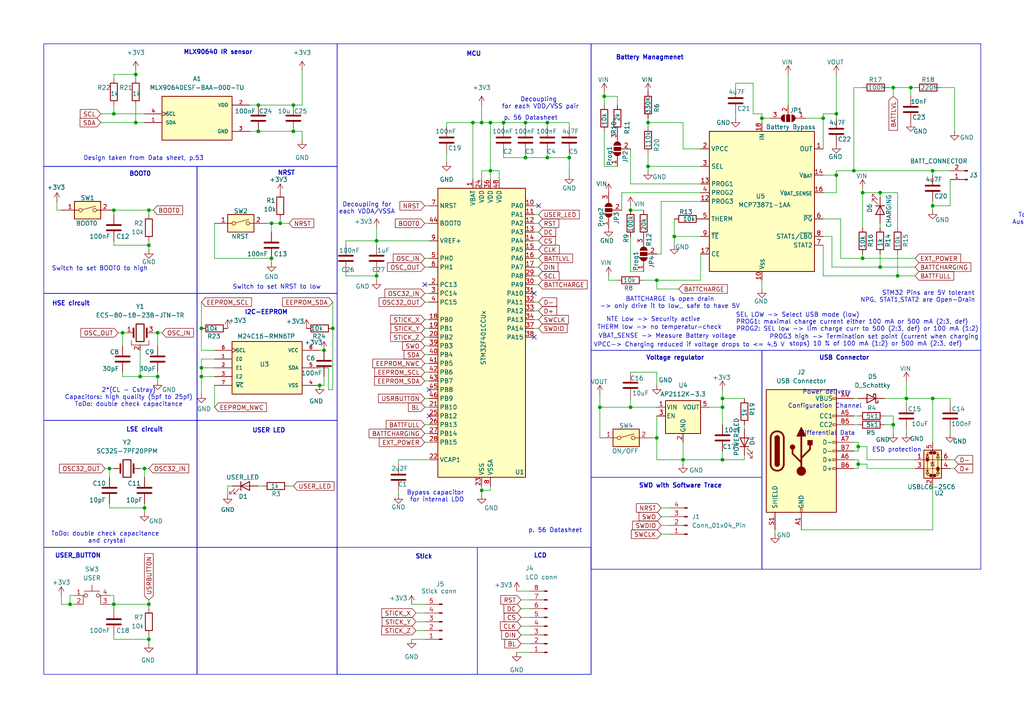
<source format=kicad_sch>
(kicad_sch (version 20250114) (generator "eeschema") (generator_version "9.0")
  (paper "A4")
  (title_block (title "CAM-Board") (company "DonkO"))
  (rectangle (start 171.45 12.7) (end 284.48 101.6))
  (rectangle (start 12.7 48.26) (end 57.15 85.09))
  (rectangle (start 57.15 48.26) (end 97.79 85.09))
  (rectangle (start 97.79 12.7) (end 171.45 195.58))
  (rectangle (start 97.79 158.75) (end 138.43 195.58))
  (rectangle (start 57.15 121.92) (end 97.79 158.75))
  (rectangle (start 171.45 101.6) (end 220.98 138.43))
  (rectangle (start 57.15 85.09) (end 97.79 121.92))
  (rectangle (start 12.7 158.75) (end 57.15 195.58))
  (rectangle (start 12.7 121.92) (end 57.15 158.75))
  (rectangle (start 57.15 158.75) (end 97.79 195.58))
  (rectangle (start 220.98 101.6) (end 284.48 165.1))
  (rectangle (start 12.7 12.7) (end 97.79 48.26))
  (rectangle (start 12.7 85.09) (end 57.15 121.92))
  (rectangle (start 138.43 158.75) (end 171.45 195.58))
  (rectangle (start 171.45 138.43) (end 220.98 165.1))
  (text "USER LED" (at 77.978 124.968 0) (effects (font (size 1.27 1.27) (thickness 0.254) (bold yes))))
  (text "NPG, STAT1,STAT2 are Open-Drain" (at 266.192 87.122 0) (effects (font (size 1.27 1.27))))
  (text "PROG2: SEL low -> lim charge curr to 500 (2:3, def) or 100 mA (1:2)" (at 248.666 95.504 0) (effects (font (size 1.27 1.27))))
  (text "Voltage regulator" (at 195.834 103.886 0) (effects (font (size 1.27 1.27) (thickness 0.254) (bold yes))))
  (text "p. 56 Datasheet" (at 161.036 153.924 0) (effects (font (size 1.27 1.27) (thickness 0.1588))))
  (text "SWD with Software Trace" (at 197.358 140.97 0) (effects (font (size 1.27 1.27) (thickness 0.254) (bold yes))))
  (text "THERM low -> no temperatur-check" (at 191.262 94.996 0) (effects (font (size 1.27 1.27))))
  (text "NTE Low -> Security active" (at 189.484 92.71 0) (effects (font (size 1.27 1.27))))
  (text "Stick" (at 122.936 161.544 0) (effects (font (size 1.27 1.27) (thickness 0.254) (bold yes))))
  (text "Decoupling for\neach VDDA/VSSA" (at 106.426 60.452 0) (effects (font (size 1.27 1.27) (thickness 0.1588))))
  (text "Switch to set NRST to low" (at 80.264 83.312 0) (effects (font (size 1.27 1.27))))
  (text "BOOT0" (at 40.64 50.546 0) (effects (font (size 1.27 1.27) (thickness 0.254) (bold yes))))
  (text "VPCC-> Charging reduced if voltage drops to <= 4.5 V" (at 199.898 100.076 0) (effects (font (size 1.27 1.27))))
  (text "ToDo: Datenblatt checken, Widerstände checken. \nAusgangsspannung mit LDO prüfen (wie viel droput).\nThermal management beachten, CE check" (at 319.278 64.516 0) (effects (font (size 1.27 1.27))))
  (text "Battery Managmenet" (at 188.468 16.764 0) (effects (font (size 1.27 1.27) (thickness 0.254) (bold yes))))
  (text " SEL LOW -> Select USB mode (low)" (at 230.886 91.44 0) (effects (font (size 1.27 1.27))))
  (text "Configuration Channel" (at 239.268 117.856 0) (effects (font (size 1.27 1.27))))
  (text "Power delivery" (at 239.776 113.792 0) (effects (font (size 1.27 1.27))))
  (text "USB Connector" (at 244.856 103.886 0) (effects (font (size 1.27 1.27) (thickness 0.254) (bold yes))))
  (text "ESD protection" (at 260.096 130.556 0) (effects (font (size 1.27 1.27))))
  (text "ToDo: double check capacitance \nand crystal" (at 30.988 155.956 0) (effects (font (size 1.27 1.27))))
  (text "PROG1: maximal charge current either 100 mA or 500 mA (2:3, def)" (at 247.142 93.472 0) (effects (font (size 1.27 1.27))))
  (text "Switch to set BOOT0 to high" (at 28.956 77.978 0) (effects (font (size 1.27 1.27))))
  (text "Decoupling \nfor each VDD/VSS pair" (at 156.718 29.972 0) (effects (font (size 1.27 1.27) (thickness 0.1588))))
  (text "Design taken from Data sheet, p.53" (at 41.656 45.974 0) (effects (font (size 1.27 1.27))))
  (text "2*(CL - Cstray)\nCapacitors: high quality (5pf to 25pf)\nToDo: double check capacitance" (at 37.338 115.316 0) (effects (font (size 1.27 1.27))))
  (text "USER_BUTTON" (at 22.606 161.29 0) (effects (font (size 1.27 1.27) (thickness 0.254) (bold yes))))
  (text "p. 56 Datasheet" (at 153.924 34.29 0) (effects (font (size 1.27 1.27))))
  (text "MLX90640 IR sensor" (at 63.246 15.24 0) (effects (font (size 1.27 1.27) (thickness 0.254) (bold yes))))
  (text "HSE circuit" (at 20.574 88.138 0) (effects (font (size 1.27 1.27) (thickness 0.254) (bold yes))))
  (text "LSE circuit" (at 41.91 124.714 0) (effects (font (size 1.27 1.27) (thickness 0.254) (bold yes))))
  (text "MCU" (at 137.414 15.748 0) (effects (font (size 1.27 1.27) (thickness 0.254) (bold yes))))
  (text "BATTCHARGE is open drain\n-> only drive it to low,, safe to have 5V" (at 194.31 87.884 0) (effects (font (size 1.27 1.27))))
  (text "Differential Data" (at 240.03 125.73 0) (effects (font (size 1.27 1.27))))
  (text "I2C-EEPROM" (at 77.216 90.678 0) (effects (font (size 1.27 1.27) (thickness 0.254) (bold yes))))
  (text "PROG3 high -> Termination set point (current when charging\n stops) 10 % of 100 mA (1:2) or 500 mA (2:3, def)" (at 253.492 98.806 0) (effects (font (size 1.27 1.27))))
  (text "VBAT_SENSE -> Measure Battery voltage" (at 193.548 97.536 0) (effects (font (size 1.27 1.27))))
  (text "STM32 Pins are 5V tolerant" (at 269.24 85.09 0) (effects (font (size 1.27 1.27))))
  (text "LCD" (at 156.718 161.29 0) (effects (font (size 1.27 1.27) (thickness 0.254) (bold yes))))
  (text "Bypass capacitor \nfor internal LDO" (at 126.746 144.018 0) (effects (font (size 1.27 1.27) (thickness 0.1588))))
  (text "NRST" (at 83.058 50.292 0) (effects (font (size 1.27 1.27) (thickness 0.254) (bold yes))))
  (junction (at 39.37 21.59))
  (junction (at 45.72 109.22))
  (junction (at 43.18 60.96))
  (junction (at 259.08 25.4))
  (junction (at 58.42 106.68))
  (junction (at 58.42 95.25))
  (junction (at 146.05 35.56))
  (junction (at 175.26 27.94))
  (junction (at 209.55 118.11))
  (junction (at 242.57 50.8))
  (junction (at 248.92 129.54))
  (junction (at 139.7 35.56))
  (junction (at 39.37 35.56))
  (junction (at 182.88 60.96))
  (junction (at 250.19 74.93))
  (junction (at 158.75 45.72))
  (junction (at 187.96 48.26))
  (junction (at 158.75 35.56))
  (junction (at 43.18 175.26))
  (junction (at 173.99 118.11))
  (junction (at 152.4 35.56))
  (junction (at 137.16 35.56))
  (junction (at 45.72 96.52))
  (junction (at 92.71 111.76))
  (junction (at 255.27 77.47))
  (junction (at 41.91 147.32))
  (junction (at 220.98 34.29))
  (junction (at 187.96 35.56))
  (junction (at 165.1 45.72))
  (junction (at 182.88 118.11))
  (junction (at 139.7 142.24))
  (junction (at 43.18 71.12))
  (junction (at 85.09 38.1))
  (junction (at 260.35 80.01))
  (junction (at 270.51 49.53))
  (junction (at 109.22 69.85))
  (junction (at 259.08 123.19))
  (junction (at 209.55 133.35))
  (junction (at 81.28 64.77))
  (junction (at 109.22 80.01))
  (junction (at 74.93 30.48))
  (junction (at 247.65 49.53))
  (junction (at 255.27 55.88))
  (junction (at 264.16 25.4))
  (junction (at 142.24 35.56))
  (junction (at 142.24 49.53))
  (junction (at 33.02 33.02))
  (junction (at 78.74 64.77))
  (junction (at 43.18 185.42))
  (junction (at 190.5 81.28))
  (junction (at 209.55 115.57))
  (junction (at 78.74 74.93))
  (junction (at 40.64 109.22))
  (junction (at 58.42 109.22))
  (junction (at 250.19 55.88))
  (junction (at 96.52 95.25))
  (junction (at 85.09 30.48))
  (junction (at 74.93 38.1))
  (junction (at 195.58 68.58))
  (junction (at 33.02 60.96))
  (junction (at 31.75 135.89))
  (junction (at 242.57 33.02))
  (junction (at 248.92 134.62))
  (junction (at 33.02 175.26))
  (junction (at 270.51 115.57))
  (junction (at 20.32 175.26))
  (junction (at 41.91 135.89))
  (junction (at 190.5 127))
  (junction (at 238.76 34.29))
  (junction (at 270.51 59.69))
  (junction (at 198.12 133.35))
  (junction (at 152.4 45.72))
  (junction (at 262.89 115.57))
  (junction (at 35.56 96.52))
  (junction (at 93.98 101.6))
  (no_connect (at 123.19 82.55))
  (no_connect (at 156.21 59.69))
  (no_connect (at 154.94 97.79))
  (no_connect (at 124.46 113.03))
  (no_connect (at 124.46 120.65))
  (no_connect (at 154.94 85.09))
  (wire (pts (xy 190.5 81.28) (xy 203.2 81.28)))
  (wire (pts (xy 74.93 38.1) (xy 85.09 38.1)))
  (wire (pts (xy 43.18 185.42) (xy 43.18 186.69)))
  (wire (pts (xy 191.77 147.32) (xy 194.31 147.32)))
  (wire (pts (xy 260.35 80.01) (xy 260.35 73.66)))
  (wire (pts (xy 152.4 45.72) (xy 152.4 44.45)))
  (wire (pts (xy 182.88 43.18) (xy 182.88 53.34)))
  (wire (pts (xy 238.76 33.02) (xy 238.76 34.29)))
  (wire (pts (xy 17.78 172.72) (xy 17.78 175.26)))
  (wire (pts (xy 120.65 180.34) (xy 123.19 180.34)))
  (wire (pts (xy 78.74 64.77) (xy 78.74 67.31)))
  (wire (pts (xy 100.33 69.85) (xy 109.22 69.85)))
  (wire (pts (xy 33.02 71.12) (xy 43.18 71.12)))
  (wire (pts (xy 175.26 27.94) (xy 175.26 30.48)))
  (wire (pts (xy 30.48 135.89) (xy 31.75 135.89)))
  (wire (pts (xy 270.51 59.69) (xy 275.59 59.69)))
  (wire (pts (xy 33.02 172.72) (xy 33.02 175.26)))
  (wire (pts (xy 158.75 35.56) (xy 165.1 35.56)))
  (wire (pts (xy 248.92 134.62) (xy 248.92 133.35)))
  (wire (pts (xy 209.55 130.81) (xy 209.55 133.35)))
  (wire (pts (xy 256.54 115.57) (xy 262.89 115.57)))
  (wire (pts (xy 120.65 182.88) (xy 123.19 182.88)))
  (wire (pts (xy 242.57 49.53) (xy 247.65 49.53)))
  (wire (pts (xy 115.57 142.24) (xy 115.57 143.51)))
  (wire (pts (xy 31.75 135.89) (xy 33.02 135.89)))
  (wire (pts (xy 35.56 109.22) (xy 40.64 109.22)))
  (wire (pts (xy 154.94 72.39) (xy 156.21 72.39)))
  (wire (pts (xy 33.02 69.85) (xy 33.02 71.12)))
  (wire (pts (xy 251.46 134.62) (xy 248.92 134.62)))
  (wire (pts (xy 255.27 57.15) (xy 255.27 55.88)))
  (wire (pts (xy 58.42 87.63) (xy 58.42 95.25)))
  (wire (pts (xy 182.88 53.34) (xy 203.2 53.34)))
  (wire (pts (xy 146.05 35.56) (xy 146.05 36.83)))
  (wire (pts (xy 255.27 55.88) (xy 250.19 55.88)))
  (wire (pts (xy 152.4 45.72) (xy 146.05 45.72)))
  (wire (pts (xy 224.79 153.67) (xy 224.79 154.94)))
  (wire (pts (xy 93.98 101.6) (xy 92.71 101.6)))
  (wire (pts (xy 195.58 68.58) (xy 203.2 68.58)))
  (wire (pts (xy 191.77 149.86) (xy 194.31 149.86)))
  (wire (pts (xy 247.65 115.57) (xy 248.92 115.57)))
  (wire (pts (xy 220.98 34.29) (xy 220.98 35.56)))
  (wire (pts (xy 43.18 184.15) (xy 43.18 185.42)))
  (wire (pts (xy 66.04 140.97) (xy 66.04 143.51)))
  (wire (pts (xy 238.76 68.58) (xy 241.3 68.58)))
  (wire (pts (xy 109.22 69.85) (xy 109.22 71.12)))
  (wire (pts (xy 40.64 109.22) (xy 45.72 109.22)))
  (wire (pts (xy 154.94 80.01) (xy 156.21 80.01)))
  (wire (pts (xy 262.89 115.57) (xy 270.51 115.57)))
  (wire (pts (xy 40.64 101.6) (xy 40.64 109.22)))
  (wire (pts (xy 255.27 77.47) (xy 255.27 73.66)))
  (wire (pts (xy 270.51 58.42) (xy 270.51 59.69)))
  (wire (pts (xy 154.94 77.47) (xy 156.21 77.47)))
  (wire (pts (xy 262.89 124.46) (xy 262.89 125.73)))
  (wire (pts (xy 62.23 111.76) (xy 62.23 118.11)))
  (wire (pts (xy 93.98 109.22) (xy 93.98 111.76)))
  (wire (pts (xy 139.7 142.24) (xy 139.7 143.51)))
  (wire (pts (xy 173.99 118.11) (xy 173.99 127)))
  (wire (pts (xy 123.19 59.69) (xy 124.46 59.69)))
  (wire (pts (xy 205.74 118.11) (xy 209.55 118.11)))
  (wire (pts (xy 250.19 74.93) (xy 265.43 74.93)))
  (wire (pts (xy 21.59 172.72) (xy 20.32 172.72)))
  (wire (pts (xy 115.57 133.35) (xy 115.57 134.62)))
  (wire (pts (xy 270.51 60.96) (xy 270.51 59.69)))
  (wire (pts (xy 251.46 133.35) (xy 265.43 133.35)))
  (wire (pts (xy 78.74 76.2) (xy 78.74 74.93)))
  (wire (pts (xy 142.24 49.53) (xy 144.78 49.53)))
  (wire (pts (xy 119.38 175.26) (xy 123.19 175.26)))
  (wire (pts (xy 238.76 55.88) (xy 242.57 55.88)))
  (wire (pts (xy 154.94 92.71) (xy 156.21 92.71)))
  (wire (pts (xy 191.77 154.94) (xy 194.31 154.94)))
  (wire (pts (xy 100.33 69.85) (xy 100.33 71.12)))
  (wire (pts (xy 275.59 115.57) (xy 275.59 116.84)))
  (wire (pts (xy 149.86 171.45) (xy 153.67 171.45)))
  (wire (pts (xy 179.07 27.94) (xy 175.26 27.94)))
  (wire (pts (xy 123.19 64.77) (xy 124.46 64.77)))
  (wire (pts (xy 186.69 81.28) (xy 190.5 81.28)))
  (wire (pts (xy 120.65 177.8) (xy 123.19 177.8)))
  (wire (pts (xy 58.42 106.68) (xy 58.42 104.14)))
  (wire (pts (xy 251.46 135.89) (xy 251.46 134.62)))
  (wire (pts (xy 247.65 130.81) (xy 248.92 130.81)))
  (wire (pts (xy 149.86 189.23) (xy 153.67 189.23)))
  (wire (pts (xy 195.58 71.12) (xy 195.58 68.58)))
  (wire (pts (xy 255.27 77.47) (xy 265.43 77.47)))
  (wire (pts (xy 255.27 64.77) (xy 255.27 66.04)))
  (wire (pts (xy 209.55 133.35) (xy 198.12 133.35)))
  (wire (pts (xy 270.51 49.53) (xy 275.59 49.53)))
  (wire (pts (xy 78.74 64.77) (xy 77.47 64.77)))
  (wire (pts (xy 186.69 60.96) (xy 182.88 60.96)))
  (wire (pts (xy 72.39 38.1) (xy 74.93 38.1)))
  (wire (pts (xy 139.7 142.24) (xy 142.24 142.24)))
  (wire (pts (xy 123.19 105.41) (xy 124.46 105.41)))
  (wire (pts (xy 41.91 147.32) (xy 41.91 148.59)))
  (wire (pts (xy 16.51 58.42) (xy 16.51 60.96)))
  (wire (pts (xy 109.22 80.01) (xy 109.22 78.74)))
  (wire (pts (xy 256.54 123.19) (xy 259.08 123.19)))
  (wire (pts (xy 100.33 78.74) (xy 100.33 80.01)))
  (wire (pts (xy 275.59 135.89) (xy 276.86 135.89)))
  (wire (pts (xy 96.52 95.25) (xy 96.52 113.03)))
  (wire (pts (xy 151.13 181.61) (xy 153.67 181.61)))
  (wire (pts (xy 151.13 179.07) (xy 153.67 179.07)))
  (wire (pts (xy 43.18 175.26) (xy 43.18 176.53)))
  (wire (pts (xy 39.37 21.59) (xy 39.37 22.86)))
  (wire (pts (xy 190.5 73.66) (xy 191.77 73.66)))
  (wire (pts (xy 248.92 128.27) (xy 247.65 128.27)))
  (wire (pts (xy 198.12 134.62) (xy 198.12 133.35)))
  (wire (pts (xy 123.19 74.93) (xy 124.46 74.93)))
  (wire (pts (xy 109.22 81.28) (xy 109.22 80.01)))
  (wire (pts (xy 31.75 135.89) (xy 31.75 138.43)))
  (wire (pts (xy 158.75 35.56) (xy 158.75 36.83)))
  (wire (pts (xy 220.98 81.28) (xy 220.98 83.82)))
  (wire (pts (xy 33.02 21.59) (xy 39.37 21.59)))
  (wire (pts (xy 250.19 55.88) (xy 250.19 66.04)))
  (wire (pts (xy 238.76 71.12) (xy 238.76 80.01)))
  (wire (pts (xy 62.23 74.93) (xy 78.74 74.93)))
  (wire (pts (xy 123.19 128.27) (xy 124.46 128.27)))
  (wire (pts (xy 220.98 33.02) (xy 220.98 34.29)))
  (wire (pts (xy 33.02 22.86) (xy 33.02 21.59)))
  (wire (pts (xy 123.19 95.25) (xy 124.46 95.25)))
  (wire (pts (xy 123.19 118.11) (xy 124.46 118.11)))
  (wire (pts (xy 209.55 118.11) (xy 209.55 123.19)))
  (wire (pts (xy 85.09 38.1) (xy 87.63 38.1)))
  (wire (pts (xy 276.86 25.4) (xy 273.05 25.4)))
  (wire (pts (xy 264.16 25.4) (xy 265.43 25.4)))
  (wire (pts (xy 154.94 87.63) (xy 156.21 87.63)))
  (wire (pts (xy 247.65 49.53) (xy 270.51 49.53)))
  (wire (pts (xy 242.57 21.59) (xy 242.57 33.02)))
  (wire (pts (xy 137.16 35.56) (xy 129.54 35.56)))
  (wire (pts (xy 58.42 109.22) (xy 58.42 106.68)))
  (wire (pts (xy 233.68 34.29) (xy 238.76 34.29)))
  (wire (pts (xy 158.75 45.72) (xy 158.75 44.45)))
  (wire (pts (xy 175.26 38.1) (xy 175.26 48.26)))
  (wire (pts (xy 251.46 135.89) (xy 265.43 135.89)))
  (wire (pts (xy 152.4 35.56) (xy 152.4 36.83)))
  (wire (pts (xy 123.19 125.73) (xy 124.46 125.73)))
  (wire (pts (xy 276.86 38.1) (xy 276.86 25.4)))
  (wire (pts (xy 190.5 83.82) (xy 196.85 83.82)))
  (wire (pts (xy 16.51 60.96) (xy 17.78 60.96)))
  (wire (pts (xy 243.84 63.5) (xy 238.76 63.5)))
  (wire (pts (xy 232.41 153.67) (xy 270.51 153.67)))
  (wire (pts (xy 247.65 25.4) (xy 250.19 25.4)))
  (wire (pts (xy 43.18 72.39) (xy 43.18 71.12)))
  (wire (pts (xy 180.34 55.88) (xy 203.2 55.88)))
  (wire (pts (xy 142.24 35.56) (xy 142.24 49.53)))
  (wire (pts (xy 33.02 60.96) (xy 33.02 62.23)))
  (wire (pts (xy 228.6 21.59) (xy 228.6 30.48)))
  (wire (pts (xy 154.94 69.85) (xy 156.21 69.85)))
  (wire (pts (xy 139.7 49.53) (xy 142.24 49.53)))
  (wire (pts (xy 43.18 60.96) (xy 43.18 62.23)))
  (wire (pts (xy 33.02 30.48) (xy 33.02 33.02)))
  (wire (pts (xy 198.12 35.56) (xy 187.96 35.56)))
  (wire (pts (xy 180.34 55.88) (xy 180.34 60.96)))
  (wire (pts (xy 33.02 33.02) (xy 41.91 33.02)))
  (wire (pts (xy 123.19 77.47) (xy 124.46 77.47)))
  (wire (pts (xy 238.76 80.01) (xy 260.35 80.01)))
  (wire (pts (xy 58.42 109.22) (xy 62.23 109.22)))
  (wire (pts (xy 29.21 33.02) (xy 33.02 33.02)))
  (wire (pts (xy 260.35 55.88) (xy 260.35 66.04)))
  (wire (pts (xy 158.75 45.72) (xy 152.4 45.72)))
  (wire (pts (xy 242.57 55.88) (xy 242.57 50.8)))
  (wire (pts (xy 209.55 115.57) (xy 215.9 115.57)))
  (wire (pts (xy 20.32 175.26) (xy 21.59 175.26)))
  (wire (pts (xy 247.65 25.4) (xy 247.65 49.53)))
  (wire (pts (xy 203.2 81.28) (xy 203.2 73.66)))
  (wire (pts (xy 195.58 63.5) (xy 195.58 68.58)))
  (wire (pts (xy 165.1 45.72) (xy 165.1 50.8)))
  (wire (pts (xy 17.78 175.26) (xy 20.32 175.26)))
  (wire (pts (xy 142.24 49.53) (xy 142.24 52.07)))
  (wire (pts (xy 242.57 50.8) (xy 242.57 49.53)))
  (wire (pts (xy 33.02 185.42) (xy 43.18 185.42)))
  (wire (pts (xy 198.12 43.18) (xy 198.12 35.56)))
  (wire (pts (xy 123.19 100.33) (xy 124.46 100.33)))
  (wire (pts (xy 187.96 35.56) (xy 187.96 36.83)))
  (wire (pts (xy 173.99 114.3) (xy 173.99 118.11)))
  (wire (pts (xy 154.94 62.23) (xy 156.21 62.23)))
  (wire (pts (xy 187.96 48.26) (xy 203.2 48.26)))
  (wire (pts (xy 81.28 64.77) (xy 83.82 64.77)))
  (wire (pts (xy 95.25 106.68) (xy 92.71 106.68)))
  (wire (pts (xy 187.96 44.45) (xy 187.96 48.26)))
  (wire (pts (xy 129.54 44.45) (xy 129.54 46.99)))
  (wire (pts (xy 29.21 35.56) (xy 39.37 35.56)))
  (wire (pts (xy 187.96 34.29) (xy 187.96 35.56)))
  (wire (pts (xy 182.88 68.58) (xy 182.88 78.74)))
  (wire (pts (xy 31.75 146.05) (xy 31.75 147.32)))
  (wire (pts (xy 182.88 59.69) (xy 182.88 60.96)))
  (wire (pts (xy 259.08 120.65) (xy 256.54 120.65)))
  (wire (pts (xy 41.91 135.89) (xy 43.18 135.89)))
  (wire (pts (xy 260.35 80.01) (xy 265.43 80.01)))
  (wire (pts (xy 85.09 140.97) (xy 83.82 140.97)))
  (wire (pts (xy 238.76 34.29) (xy 238.76 43.18)))
  (wire (pts (xy 250.19 73.66) (xy 250.19 74.93)))
  (wire (pts (xy 96.52 113.03) (xy 95.25 113.03)))
  (wire (pts (xy 248.92 130.81) (xy 248.92 129.54)))
  (wire (pts (xy 31.75 175.26) (xy 33.02 175.26)))
  (wire (pts (xy 58.42 104.14) (xy 62.23 104.14)))
  (wire (pts (xy 144.78 49.53) (xy 144.78 52.07)))
  (wire (pts (xy 260.35 55.88) (xy 255.27 55.88)))
  (wire (pts (xy 248.92 129.54) (xy 248.92 128.27)))
  (wire (pts (xy 190.5 107.95) (xy 190.5 111.76)))
  (wire (pts (xy 95.25 113.03) (xy 95.25 106.68)))
  (wire (pts (xy 165.1 45.72) (xy 158.75 45.72)))
  (wire (pts (xy 142.24 35.56) (xy 146.05 35.56)))
  (wire (pts (xy 123.19 110.49) (xy 124.46 110.49)))
  (wire (pts (xy 241.3 77.47) (xy 255.27 77.47)))
  (wire (pts (xy 87.63 20.32) (xy 87.63 30.48)))
  (wire (pts (xy 151.13 186.69) (xy 153.67 186.69)))
  (wire (pts (xy 191.77 58.42) (xy 203.2 58.42)))
  (wire (pts (xy 270.51 115.57) (xy 270.51 128.27)))
  (wire (pts (xy 129.54 35.56) (xy 129.54 36.83)))
  (wire (pts (xy 35.56 107.95) (xy 35.56 109.22)))
  (wire (pts (xy 247.65 123.19) (xy 248.92 123.19)))
  (wire (pts (xy 242.57 33.02) (xy 242.57 34.29)))
  (wire (pts (xy 209.55 113.03) (xy 209.55 115.57)))
  (wire (pts (xy 43.18 173.99) (xy 43.18 175.26)))
  (wire (pts (xy 187.96 48.26) (xy 187.96 49.53)))
  (wire (pts (xy 154.94 64.77) (xy 156.21 64.77)))
  (wire (pts (xy 154.94 74.93) (xy 156.21 74.93)))
  (wire (pts (xy 31.75 172.72) (xy 33.02 172.72)))
  (wire (pts (xy 87.63 38.1) (xy 87.63 40.64)))
  (wire (pts (xy 251.46 133.35) (xy 251.46 129.54)))
  (wire (pts (xy 45.72 110.49) (xy 45.72 109.22)))
  (wire (pts (xy 109.22 66.04) (xy 109.22 69.85)))
  (wire (pts (xy 137.16 35.56) (xy 139.7 35.56)))
  (wire (pts (xy 270.51 49.53) (xy 270.51 50.8)))
  (wire (pts (xy 154.94 90.17) (xy 156.21 90.17)))
  (wire (pts (xy 43.18 69.85) (xy 43.18 71.12)))
  (wire (pts (xy 182.88 78.74) (xy 186.69 78.74)))
  (wire (pts (xy 45.72 96.52) (xy 46.99 96.52)))
  (wire (pts (xy 123.19 92.71) (xy 124.46 92.71)))
  (wire (pts (xy 259.08 27.94) (xy 259.08 25.4)))
  (wire (pts (xy 182.88 107.95) (xy 190.5 107.95)))
  (wire (pts (xy 66.04 140.97) (xy 67.31 140.97)))
  (wire (pts (xy 247.65 135.89) (xy 248.92 135.89)))
  (wire (pts (xy 76.2 140.97) (xy 74.93 140.97)))
  (wire (pts (xy 182.88 118.11) (xy 190.5 118.11)))
  (wire (pts (xy 275.59 115.57) (xy 270.51 115.57)))
  (wire (pts (xy 33.02 184.15) (xy 33.02 185.42)))
  (wire (pts (xy 58.42 106.68) (xy 62.23 106.68)))
  (wire (pts (xy 275.59 133.35) (xy 276.86 133.35)))
  (wire (pts (xy 248.92 133.35) (xy 247.65 133.35)))
  (wire (pts (xy 78.74 64.77) (xy 81.28 64.77)))
  (wire (pts (xy 190.5 127) (xy 190.5 133.35)))
  (wire (pts (xy 262.89 110.49) (xy 262.89 115.57)))
  (wire (pts (xy 213.36 33.02) (xy 213.36 34.29)))
  (wire (pts (xy 243.84 74.93) (xy 243.84 63.5)))
  (wire (pts (xy 248.92 135.89) (xy 248.92 134.62)))
  (wire (pts (xy 123.19 123.19) (xy 124.46 123.19)))
  (wire (pts (xy 20.32 172.72) (xy 20.32 175.26)))
  (wire (pts (xy 154.94 59.69) (xy 156.21 59.69)))
  (wire (pts (xy 35.56 96.52) (xy 36.83 96.52)))
  (wire (pts (xy 176.53 81.28) (xy 179.07 81.28)))
  (wire (pts (xy 142.24 140.97) (xy 142.24 142.24)))
  (wire (pts (xy 238.76 33.02) (xy 242.57 33.02)))
  (wire (pts (xy 198.12 128.27) (xy 198.12 133.35)))
  (wire (pts (xy 179.07 30.48) (xy 179.07 27.94)))
  (wire (pts (xy 87.63 30.48) (xy 85.09 30.48)))
  (wire (pts (xy 215.9 123.19) (xy 215.9 124.46)))
  (wire (pts (xy 39.37 20.32) (xy 39.37 21.59)))
  (wire (pts (xy 209.55 115.57) (xy 209.55 118.11)))
  (wire (pts (xy 218.44 33.02) (xy 220.98 33.02)))
  (wire (pts (xy 31.75 147.32) (xy 41.91 147.32)))
  (wire (pts (xy 139.7 35.56) (xy 142.24 35.56)))
  (wire (pts (xy 241.3 68.58) (xy 241.3 77.47)))
  (wire (pts (xy 35.56 96.52) (xy 35.56 100.33)))
  (wire (pts (xy 33.02 60.96) (xy 43.18 60.96)))
  (wire (pts (xy 257.81 25.4) (xy 259.08 25.4)))
  (wire (pts (xy 215.9 133.35) (xy 209.55 133.35)))
  (wire (pts (xy 41.91 135.89) (xy 41.91 138.43)))
  (wire (pts (xy 123.19 85.09) (xy 124.46 85.09)))
  (wire (pts (xy 96.52 87.63) (xy 96.52 95.25)))
  (wire (pts (xy 151.13 184.15) (xy 153.67 184.15)))
  (wire (pts (xy 190.5 127) (xy 190.5 120.65)))
  (wire (pts (xy 137.16 35.56) (xy 137.16 52.07)))
  (wire (pts (xy 175.26 48.26) (xy 179.07 48.26)))
  (wire (pts (xy 190.5 127) (xy 189.23 127)))
  (wire (pts (xy 190.5 81.28) (xy 190.5 83.82)))
  (wire (pts (xy 43.18 60.96) (xy 44.45 60.96)))
  (wire (pts (xy 123.19 82.55) (xy 124.46 82.55)))
  (wire (pts (xy 243.84 74.93) (xy 250.19 74.93)))
  (wire (pts (xy 39.37 30.48) (xy 39.37 35.56)))
  (wire (pts (xy 81.28 63.5) (xy 81.28 64.77)))
  (wire (pts (xy 40.64 135.89) (xy 41.91 135.89)))
  (wire (pts (xy 146.05 45.72) (xy 146.05 44.45)))
  (wire (pts (xy 218.44 24.13) (xy 218.44 33.02)))
  (wire (pts (xy 275.59 59.69) (xy 275.59 52.07)))
  (wire (pts (xy 119.38 185.42) (xy 123.19 185.42)))
  (wire (pts (xy 123.19 102.87) (xy 124.46 102.87)))
  (wire (pts (xy 173.99 118.11) (xy 182.88 118.11)))
  (wire (pts (xy 58.42 95.25) (xy 58.42 101.6)))
  (wire (pts (xy 115.57 133.35) (xy 124.46 133.35)))
  (wire (pts (xy 139.7 49.53) (xy 139.7 52.07)))
  (wire (pts (xy 275.59 125.73) (xy 275.59 124.46)))
  (wire (pts (xy 45.72 107.95) (xy 45.72 109.22)))
  (wire (pts (xy 270.51 140.97) (xy 270.51 153.67)))
  (wire (pts (xy 123.19 97.79) (xy 124.46 97.79)))
  (wire (pts (xy 123.19 115.57) (xy 124.46 115.57)))
  (wire (pts (xy 62.23 64.77) (xy 62.23 74.93)))
  (wire (pts (xy 165.1 35.56) (xy 165.1 36.83)))
  (wire (pts (xy 139.7 30.48) (xy 139.7 35.56)))
  (wire (pts (xy 123.19 87.63) (xy 124.46 87.63)))
  (wire (pts (xy 175.26 26.67) (xy 175.26 27.94)))
  (wire (pts (xy 262.89 115.57) (xy 262.89 116.84)))
  (wire (pts (xy 93.98 111.76) (xy 92.71 111.76)))
  (wire (pts (xy 45.72 96.52) (xy 45.72 100.33)))
  (wire (pts (xy 213.36 24.13) (xy 213.36 25.4)))
  (wire (pts (xy 41.91 146.05) (xy 41.91 147.32)))
  (wire (pts (xy 215.9 132.08) (xy 215.9 133.35)))
  (wire (pts (xy 259.08 123.19) (xy 259.08 120.65)))
  (wire (pts (xy 238.76 50.8) (xy 242.57 50.8)))
  (wire (pts (xy 251.46 129.54) (xy 248.92 129.54)))
  (wire (pts (xy 154.94 82.55) (xy 156.21 82.55)))
  (wire (pts (xy 264.16 25.4) (xy 264.16 27.94)))
  (wire (pts (xy 152.4 35.56) (xy 158.75 35.56)))
  (wire (pts (xy 247.65 120.65) (xy 248.92 120.65)))
  (wire (pts (xy 165.1 44.45) (xy 165.1 45.72)))
  (wire (pts (xy 33.02 175.26) (xy 33.02 176.53)))
  (wire (pts (xy 58.42 114.3) (xy 58.42 109.22)))
  (wire (pts (xy 250.19 54.61) (xy 250.19 55.88)))
  (wire (pts (xy 154.94 67.31) (xy 156.21 67.31)))
  (wire (pts (xy 191.77 73.66) (xy 191.77 58.42)))
  (wire (pts (xy 220.98 34.29) (xy 223.52 34.29)))
  (wire (pts (xy 151.13 173.99) (xy 153.67 173.99)))
  (wire (pts (xy 74.93 30.48) (xy 85.09 30.48)))
  (wire (pts (xy 198.12 43.18) (xy 203.2 43.18)))
  (wire (pts (xy 33.02 175.26) (xy 43.18 175.26)))
  (wire (pts (xy 44.45 96.52) (xy 45.72 96.52)))
  (wire (pts (xy 259.08 125.73) (xy 259.08 123.19)))
  (wire (pts (xy 146.05 35.56) (xy 152.4 35.56)))
  (wire (pts (xy 39.37 35.56) (xy 41.91 35.56)))
  (wire (pts (xy 34.29 96.52) (xy 35.56 96.52)))
  (wire (pts (xy 176.53 80.01) (xy 176.53 81.28)))
  (wire (pts (xy 182.88 115.57) (xy 182.88 118.11)))
  (wire (pts (xy 190.5 133.35) (xy 198.12 133.35)))
  (wire (pts (xy 109.22 80.01) (xy 100.33 80.01)))
  (wire (pts (xy 218.44 24.13) (xy 213.36 24.13)))
  (wire (pts (xy 109.22 69.85) (xy 124.46 69.85)))
  (wire (pts (xy 151.13 176.53) (xy 153.67 176.53)))
  (wire (pts (xy 58.42 101.6) (xy 62.23 101.6)))
  (wire (pts (xy 74.93 30.48) (xy 72.39 30.48)))
  (wire (pts (xy 139.7 140.97) (xy 139.7 142.24)))
  (wire (pts (xy 259.08 25.4) (xy 264.16 25.4)))
  (wire (pts (xy 154.94 95.25) (xy 156.21 95.25)))
  (wire (pts (xy 191.77 152.4) (xy 194.31 152.4)))
  (wire (pts (xy 123.19 107.95) (xy 124.46 107.95)))
  (global_label "SWCLK" (shape input) (at 191.77 154.94 180) (property "Intersheetrefs" "${INTERSHEET_REFS}" (effects (hide yes))))
  (global_label "SCL" (shape input) (at 156.21 80.01 0) (property "Intersheetrefs" "${INTERSHEET_REFS}" (effects (hide yes))))
  (global_label "BATTFULL" (shape input) (at 123.19 123.19 180) (property "Intersheetrefs" "${INTERSHEET_REFS}" (effects (hide yes))))
  (global_label "OSC32_IN" (shape input) (at 43.18 135.89 0) (property "Intersheetrefs" "${INTERSHEET_REFS}" (effects (hide yes))))
  (global_label "OSC32_OUT" (shape input) (at 30.48 135.89 180) (property "Intersheetrefs" "${INTERSHEET_REFS}" (effects (hide yes))))
  (global_label "EEPROM_SDA" (shape input) (at 123.19 110.49 180) (property "Intersheetrefs" "${INTERSHEET_REFS}" (effects (hide yes))))
  (global_label "SDA" (shape input) (at 123.19 102.87 180) (property "Intersheetrefs" "${INTERSHEET_REFS}" (effects (hide yes))))
  (global_label "SWO" (shape input) (at 123.19 100.33 180) (property "Intersheetrefs" "${INTERSHEET_REFS}" (effects (hide yes))))
  (global_label "SWO" (shape input) (at 191.77 149.86 180) (property "Intersheetrefs" "${INTERSHEET_REFS}" (effects (hide yes))))
  (global_label "BL" (shape input) (at 123.19 118.11 180) (property "Intersheetrefs" "${INTERSHEET_REFS}" (effects (hide yes))))
  (global_label "D-" (shape input) (at 276.86 133.35 0) (property "Intersheetrefs" "${INTERSHEET_REFS}" (effects (hide yes))))
  (global_label "BOOT0" (shape input) (at 44.45 60.96 0) (property "Intersheetrefs" "${INTERSHEET_REFS}" (effects (hide yes))))
  (global_label "EEPROM_NWC" (shape input) (at 123.19 105.41 180) (property "Intersheetrefs" "${INTERSHEET_REFS}" (effects (hide yes))))
  (global_label "BL" (shape input) (at 151.13 186.69 180) (property "Intersheetrefs" "${INTERSHEET_REFS}" (effects (hide yes))))
  (global_label "NRST" (shape input) (at 123.19 59.69 180) (property "Intersheetrefs" "${INTERSHEET_REFS}" (effects (hide yes))))
  (global_label "DIN" (shape input) (at 151.13 184.15 180) (property "Intersheetrefs" "${INTERSHEET_REFS}" (effects (hide yes))))
  (global_label "BATTCHARGE" (shape input) (at 196.85 83.82 0) (property "Intersheetrefs" "${INTERSHEET_REFS}" (effects (hide yes))))
  (global_label "OSC_OUT" (shape input) (at 123.19 77.47 180) (property "Intersheetrefs" "${INTERSHEET_REFS}" (effects (hide yes))))
  (global_label "USER_LED" (shape input) (at 156.21 62.23 0) (property "Intersheetrefs" "${INTERSHEET_REFS}" (effects (hide yes))))
  (global_label "RST" (shape input) (at 151.13 173.99 180) (property "Intersheetrefs" "${INTERSHEET_REFS}" (effects (hide yes))))
  (global_label "BOOT0" (shape input) (at 123.19 64.77 180) (property "Intersheetrefs" "${INTERSHEET_REFS}" (effects (hide yes))))
  (global_label "OSC_IN" (shape input) (at 123.19 74.93 180) (property "Intersheetrefs" "${INTERSHEET_REFS}" (effects (hide yes))))
  (global_label "OSC_OUT" (shape input) (at 34.29 96.52 180) (property "Intersheetrefs" "${INTERSHEET_REFS}" (effects (hide yes))))
  (global_label "RST" (shape input) (at 156.21 64.77 0) (property "Intersheetrefs" "${INTERSHEET_REFS}" (effects (hide yes))))
  (global_label "NRST" (shape input) (at 191.77 147.32 180) (property "Intersheetrefs" "${INTERSHEET_REFS}" (effects (hide yes))))
  (global_label "BATTLVL" (shape input) (at 156.21 74.93 0) (property "Intersheetrefs" "${INTERSHEET_REFS}" (effects (hide yes))))
  (global_label "EEPROM_NWC" (shape input) (at 62.23 118.11 0) (property "Intersheetrefs" "${INTERSHEET_REFS}" (effects (hide yes))))
  (global_label "EEPROM_SCL" (shape input) (at 123.19 107.95 180) (property "Intersheetrefs" "${INTERSHEET_REFS}" (effects (hide yes))))
  (global_label "EEPROM_SDA" (shape input) (at 96.52 87.63 180) (property "Intersheetrefs" "${INTERSHEET_REFS}" (effects (hide yes))))
  (global_label "NRST" (shape input) (at 83.82 64.77 0) (property "Intersheetrefs" "${INTERSHEET_REFS}" (effects (hide yes))))
  (global_label "SWDIO" (shape input) (at 156.21 95.25 0) (property "Intersheetrefs" "${INTERSHEET_REFS}" (effects (hide yes))))
  (global_label "DC" (shape input) (at 156.21 67.31 0) (property "Intersheetrefs" "${INTERSHEET_REFS}" (effects (hide yes))))
  (global_label "CS" (shape input) (at 151.13 179.07 180) (property "Intersheetrefs" "${INTERSHEET_REFS}" (effects (hide yes))))
  (global_label "BATTCHARGING" (shape input) (at 123.19 125.73 180) (property "Intersheetrefs" "${INTERSHEET_REFS}" (effects (hide yes))))
  (global_label "SWDIO" (shape input) (at 191.77 152.4 180) (property "Intersheetrefs" "${INTERSHEET_REFS}" (effects (hide yes))))
  (global_label "D+" (shape input) (at 276.86 135.89 0) (property "Intersheetrefs" "${INTERSHEET_REFS}" (effects (hide yes))))
  (global_label "USER_LED" (shape input) (at 85.09 140.97 0) (property "Intersheetrefs" "${INTERSHEET_REFS}" (effects (hide yes))))
  (global_label "OSC_IN" (shape input) (at 46.99 96.52 0) (property "Intersheetrefs" "${INTERSHEET_REFS}" (effects (hide yes))))
  (global_label "STICK_Y" (shape input) (at 123.19 95.25 180) (property "Intersheetrefs" "${INTERSHEET_REFS}" (effects (hide yes))))
  (global_label "D+" (shape input) (at 156.21 90.17 0) (property "Intersheetrefs" "${INTERSHEET_REFS}" (effects (hide yes))))
  (global_label "STICK_X" (shape input) (at 120.65 177.8 180) (property "Intersheetrefs" "${INTERSHEET_REFS}" (effects (hide yes))))
  (global_label "EEPROM_SCL" (shape input) (at 58.42 87.63 0) (property "Intersheetrefs" "${INTERSHEET_REFS}" (effects (hide yes))))
  (global_label "SDA" (shape input) (at 29.21 35.56 180) (property "Intersheetrefs" "${INTERSHEET_REFS}" (effects (hide yes))))
  (global_label "STICK_Y" (shape input) (at 120.65 180.34 180) (property "Intersheetrefs" "${INTERSHEET_REFS}" (effects (hide yes))))
  (global_label "SWCLK" (shape input) (at 156.21 92.71 0) (property "Intersheetrefs" "${INTERSHEET_REFS}" (effects (hide yes))))
  (global_label "BATTCHARGE" (shape input) (at 156.21 82.55 0) (property "Intersheetrefs" "${INTERSHEET_REFS}" (effects (hide yes))))
  (global_label "STICK_Z" (shape input) (at 123.19 97.79 180) (property "Intersheetrefs" "${INTERSHEET_REFS}" (effects (hide yes))))
  (global_label "OSC32_OUT" (shape input) (at 123.19 87.63 180) (property "Intersheetrefs" "${INTERSHEET_REFS}" (effects (hide yes))))
  (global_label "BATTFULL" (shape input) (at 265.43 80.01 0) (property "Intersheetrefs" "${INTERSHEET_REFS}" (effects (hide yes))))
  (global_label "DC" (shape input) (at 151.13 176.53 180) (property "Intersheetrefs" "${INTERSHEET_REFS}" (effects (hide yes))))
  (global_label "EXT_POWER" (shape input) (at 123.19 128.27 180) (property "Intersheetrefs" "${INTERSHEET_REFS}" (effects (hide yes))))
  (global_label "D-" (shape input) (at 156.21 87.63 0) (property "Intersheetrefs" "${INTERSHEET_REFS}" (effects (hide yes))))
  (global_label "SCL" (shape input) (at 29.21 33.02 180) (property "Intersheetrefs" "${INTERSHEET_REFS}" (effects (hide yes))))
  (global_label "STICK_Z" (shape input) (at 120.65 182.88 180) (property "Intersheetrefs" "${INTERSHEET_REFS}" (effects (hide yes))))
  (global_label "USRBUTTON" (shape input) (at 43.18 173.99 90) (property "Intersheetrefs" "${INTERSHEET_REFS}" (effects (hide yes))))
  (global_label "CLK" (shape input) (at 156.21 72.39 0) (property "Intersheetrefs" "${INTERSHEET_REFS}" (effects (hide yes))))
  (global_label "CLK" (shape input) (at 151.13 181.61 180) (property "Intersheetrefs" "${INTERSHEET_REFS}" (effects (hide yes))))
  (global_label "USRBUTTON" (shape input) (at 123.19 115.57 180) (property "Intersheetrefs" "${INTERSHEET_REFS}" (effects (hide yes))))
  (global_label "BATTLVL" (shape input) (at 259.08 27.94 270) (property "Intersheetrefs" "${INTERSHEET_REFS}" (effects (hide yes))))
  (global_label "BATTCHARGING" (shape input) (at 265.43 77.47 0) (property "Intersheetrefs" "${INTERSHEET_REFS}" (effects (hide yes))))
  (global_label "STICK_X" (shape input) (at 123.19 92.71 180) (property "Intersheetrefs" "${INTERSHEET_REFS}" (effects (hide yes))))
  (global_label "CS" (shape input) (at 156.21 69.85 0) (property "Intersheetrefs" "${INTERSHEET_REFS}" (effects (hide yes))))
  (global_label "DIN" (shape input) (at 156.21 77.47 0) (property "Intersheetrefs" "${INTERSHEET_REFS}" (effects (hide yes))))
  (global_label "EXT_POWER" (shape input) (at 265.43 74.93 0) (property "Intersheetrefs" "${INTERSHEET_REFS}" (effects (hide yes))))
  (global_label "OSC32_IN" (shape input) (at 123.19 85.09 180) (property "Intersheetrefs" "${INTERSHEET_REFS}" (effects (hide yes))))
  (symbol (lib_id "power:+5V") (at 182.88 59.69 0) (unit 1)
    (property "Reference" "#PWR053" (effects (hide yes)))
    (property "Value" "VIN" (at 185.42 59.182 0))
    (property "Description" "Power symbol creates a global label with name \"+5V\"" (effects (hide yes)))
  )
  (symbol (lib_id "Device:R") (at 252.73 123.19 270) (unit 1)
    (property "Reference" "R5" (at 251.206 125.476 90) (effects (justify left)))
    (property "Value" "5k1" (at 251.206 123.19 90) (effects (justify left)))
    (property "Footprint" "Resistor_SMD:R_0603_1608Metric_Pad0.98x0.95mm_HandSolder" (effects (hide yes)))
    (property "Description" "Resistor" (effects (hide yes)))
  )
  (symbol (lib_id "Device:C") (at 264.16 31.75 180) (unit 1)
    (property "Reference" "C23" (at 268.478 34.036 0) (effects (justify left)))
    (property "Value" "10nF" (at 268.986 29.464 0) (effects (justify left)))
    (property "Footprint" "Capacitor_SMD:C_0402_1005Metric_Pad0.74x0.62mm_HandSolder" (effects (hide yes)))
    (property "Description" "Unpolarized capacitor" (effects (hide yes)))
  )
  (symbol (lib_id "power:+3V3") (at 16.51 58.42 0) (unit 1)
    (property "Reference" "#PWR013" (effects (hide yes)))
    (property "Value" "+3V3" (at 16.256 54.356 0))
    (property "Description" "Power symbol creates a global label with name \"+3V3\"" (effects (hide yes)))
  )
  (symbol (lib_id "Switch:SW_DIP_x01") (at 25.4 60.96 0) (unit 1)
    (property "Reference" "SW1" (at 25.4 57.404 0))
    (property "Value" "BOOT0" (at 25.146 64.77 0))
    (property "Footprint" "Button_Switch_SMD:SW_DIP_SPSTx01_Slide_6.7x4.1mm_W8.61mm_P2.54mm_LowProfile" (effects (hide yes)))
    (property "Description" "1x DIP Switch, Single Pole Single Throw (SPST) switch, small symbol" (effects (hide yes)))
  )
  (symbol (lib_id "power:GND") (at 129.54 46.99 0) (unit 1)
    (property "Reference" "#PWR034" (effects (hide yes)))
    (property "Value" "GND" (at 129.54 52.07 0))
    (property "Description" "Power symbol creates a global label with name \"GND\" , ground" (effects (hide yes)))
  )
  (symbol (lib_id "Device:Crystal_GND2") (at 40.64 96.52 0) (unit 1)
    (property "Reference" "Y1" (at 40.64 88.9 0))
    (property "Value" "ECS-80-18-23B-JTN-TR" (at 40.64 91.44 0))
    (property "Footprint" "A_Custom:XTAL_ECS-80-18-23B-JTN-TR" (effects (hide yes)))
    (property "Description" "Three pin crystal, GND on pin 2" (effects (hide yes)))
  )
  (symbol (lib_id "Device:C") (at 270.51 54.61 180) (unit 1)
    (property "Reference" "C20" (at 274.828 56.896 0) (effects (justify left)))
    (property "Value" "4u7F" (at 273.304 52.07 0) (effects (justify left)))
    (property "Footprint" "Capacitor_SMD:C_0603_1608Metric_Pad1.08x0.95mm_HandSolder" (effects (hide yes)))
    (property "Description" "Unpolarized capacitor" (effects (hide yes)))
  )
  (symbol (lib_id "power:+3V3") (at 109.22 66.04 0) (unit 1)
    (property "Reference" "#PWR054" (effects (hide yes)))
    (property "Value" "+3V3" (at 105.41 64.262 0))
    (property "Description" "Power symbol creates a global label with name \"+3V3\"" (effects (hide yes)))
  )
  (symbol (lib_id "power:GND") (at 259.08 125.73 0) (unit 1)
    (property "Reference" "#PWR018" (effects (hide yes)))
    (property "Value" "GND" (at 256.032 127.508 0))
    (property "Description" "Power symbol creates a global label with name \"GND\" , ground" (effects (hide yes)))
  )
  (symbol (lib_id "power:GND") (at 41.91 148.59 0) (unit 1)
    (property "Reference" "#PWR08" (effects (hide yes)))
    (property "Value" "GND" (at 45.212 151.13 0))
    (property "Description" "Power symbol creates a global label with name \"GND\" , ground" (effects (hide yes)))
  )
  (symbol (lib_id "Device:C") (at 262.89 120.65 180) (unit 1)
    (property "Reference" "C15" (at 267.208 118.618 0) (effects (justify left)))
    (property "Value" "10uF" (at 269.24 122.936 0) (effects (justify left)))
    (property "Footprint" "Capacitor_SMD:C_0603_1608Metric_Pad1.08x0.95mm_HandSolder" (effects (hide yes)))
    (property "Description" "Unpolarized capacitor" (effects (hide yes)))
  )
  (symbol (lib_id "power:GND") (at 109.22 81.28 0) (unit 1)
    (property "Reference" "#PWR033" (effects (hide yes)))
    (property "Value" "GND" (at 105.156 83.058 0))
    (property "Description" "Power symbol creates a global label with name \"GND\" , ground" (effects (hide yes)))
  )
  (symbol (lib_id "Device:C") (at 35.56 104.14 180) (unit 1)
    (property "Reference" "C8" (at 34.544 102.108 0) (effects (justify left)))
    (property "Value" "30pF" (at 34.544 106.934 0) (effects (justify left)))
    (property "Footprint" "Capacitor_SMD:C_0402_1005Metric_Pad0.74x0.62mm_HandSolder" (effects (hide yes)))
    (property "Description" "Unpolarized capacitor" (effects (hide yes)))
  )
  (symbol (lib_id "Device:R") (at 182.88 64.77 180) (unit 1)
    (property "Reference" "R9" (at 181.61 67.818 90) (effects (justify left)))
    (property "Value" "100k" (at 182.88 62.484 90) (effects (justify left)))
    (property "Footprint" "Resistor_SMD:R_0603_1608Metric_Pad0.98x0.95mm_HandSolder" (effects (hide yes)))
    (property "Description" "Resistor" (effects (hide yes)))
  )
  (symbol (lib_id "power:GND") (at 198.12 134.62 0) (unit 1)
    (property "Reference" "#PWR028" (effects (hide yes)))
    (property "Value" "GND" (at 201.93 136.398 0))
    (property "Description" "Power symbol creates a global label with name \"GND\" , ground" (effects (hide yes)))
  )
  (symbol (lib_id "power:+3V3") (at 66.04 95.25 0) (unit 1)
    (property "Reference" "#PWR058" (effects (hide yes)))
    (property "Value" "+3V3" (at 68.834 92.964 0))
    (property "Description" "Power symbol creates a global label with name \"+3V3\"" (effects (hide yes)))
  )
  (symbol (lib_id "power:GND") (at 66.04 143.51 0) (unit 1)
    (property "Reference" "#PWR017" (effects (hide yes)))
    (property "Value" "GND" (at 66.04 147.828 0))
    (property "Description" "Power symbol creates a global label with name \"GND\" , ground" (effects (hide yes)))
  )
  (symbol (lib_id "power:GND") (at 43.18 72.39 0) (unit 1)
    (property "Reference" "#PWR012" (effects (hide yes)))
    (property "Value" "GND" (at 43.18 75.946 0))
    (property "Description" "Power symbol creates a global label with name \"GND\" , ground" (effects (hide yes)))
  )
  (symbol (lib_id "Device:C") (at 93.98 105.41 180) (unit 1)
    (property "Reference" "C6" (at 91.44 103.886 0) (effects (justify left)))
    (property "Value" "100nF" (at 93.472 108.204 0) (effects (justify left)))
    (property "Footprint" "Capacitor_SMD:C_0603_1608Metric_Pad1.08x0.95mm_HandSolder" (effects (hide yes)))
    (property "Description" "Unpolarized capacitor" (effects (hide yes)))
  )
  (symbol (lib_id "power:GND") (at 242.57 41.91 0) (unit 1)
    (property "Reference" "#PWR044" (effects (hide yes)))
    (property "Value" "GND" (at 242.316 45.466 0))
    (property "Description" "Power symbol creates a global label with name \"GND\" , ground" (effects (hide yes)))
  )
  (symbol (lib_id "Device:C") (at 213.36 29.21 180) (unit 1)
    (property "Reference" "C21" (at 217.678 31.496 0) (effects (justify left)))
    (property "Value" "4u7F" (at 216.154 26.67 0) (effects (justify left)))
    (property "Footprint" "Capacitor_SMD:C_0603_1608Metric_Pad1.08x0.95mm_HandSolder" (effects (hide yes)))
    (property "Description" "Unpolarized capacitor" (effects (hide yes)))
  )
  (symbol (lib_id "power:GND") (at 58.42 114.3 0) (unit 1)
    (property "Reference" "#PWR056" (effects (hide yes)))
    (property "Value" "GND" (at 59.182 118.618 0))
    (property "Description" "Power symbol creates a global label with name \"GND\" , ground" (effects (hide yes)))
  )
  (symbol (lib_id "Device:R") (at 260.35 69.85 180) (unit 1)
    (property "Reference" "R15" (at 262.636 67.818 90) (effects (justify left)))
    (property "Value" "10k" (at 260.35 68.326 90) (effects (justify left)))
    (property "Footprint" "Resistor_SMD:R_0603_1608Metric_Pad0.98x0.95mm_HandSolder" (effects (hide yes)))
    (property "Description" "Resistor" (effects (hide yes)))
  )
  (symbol (lib_id "power:+5V") (at 209.55 113.03 0) (unit 1)
    (property "Reference" "#PWR026" (effects (hide yes)))
    (property "Value" "+3V3" (at 209.296 109.474 0))
    (property "Description" "Power symbol creates a global label with name \"+5V\"" (effects (hide yes)))
  )
  (symbol (lib_id "Device:R") (at 252.73 120.65 270) (unit 1)
    (property "Reference" "R4" (at 251.46 118.364 90) (effects (justify left)))
    (property "Value" "5k1" (at 251.206 120.65 90) (effects (justify left)))
    (property "Footprint" "Resistor_SMD:R_0603_1608Metric_Pad0.98x0.95mm_HandSolder" (effects (hide yes)))
    (property "Description" "Resistor" (effects (hide yes)))
  )
  (symbol (lib_id "power:+5V") (at 250.19 54.61 0) (unit 1)
    (property "Reference" "#PWR06" (effects (hide yes)))
    (property "Value" "VIN" (at 249.936 51.054 0))
    (property "Description" "Power symbol creates a global label with name \"+5V\"" (effects (hide yes)))
  )
  (symbol (lib_id "Connector:Conn_01x05_Pin") (at 128.27 180.34 180) (unit 1)
    (property "Reference" "J5" (at 126.492 169.418 0) (effects (justify right)))
    (property "Value" "Stick conn" (at 122.174 171.45 0) (effects (justify right)))
    (property "Footprint" "Connector_PinHeader_1.27mm:PinHeader_1x05_P1.27mm_Vertical" (effects (hide yes)))
    (property "Description" "Generic connector, single row, 01x05, script generated" (effects (hide yes)))
  )
  (symbol (lib_id "Connector:Conn_01x04_Pin") (at 199.39 152.4 180) (unit 1)
    (property "Reference" "J1" (at 200.66 149.8599 0) (effects (justify right)))
    (property "Value" "Conn_01x04_Pin" (at 200.66 152.3999 0) (effects (justify right)))
    (property "Footprint" "Connector_PinHeader_1.27mm:PinHeader_1x04_P1.27mm_Vertical" (effects (hide yes)))
    (property "Description" "Generic connector, single row, 01x04, script generated" (effects (hide yes)))
  )
  (symbol (lib_id "Switch:SW_DIP_x01") (at 181.61 127 0) (unit 1)
    (property "Reference" "SW4" (at 181.61 123.444 0))
    (property "Value" "ON/OFF" (at 181.356 130.81 0))
    (property "Footprint" "Button_Switch_SMD:SW_DIP_SPSTx01_Slide_6.7x4.1mm_W8.61mm_P2.54mm_LowProfile" (effects (hide yes)))
    (property "Description" "1x DIP Switch, Single Pole Single Throw (SPST) switch, small symbol" (effects (hide yes)))
  )
  (symbol (lib_id "power:GND") (at 139.7 143.51 0) (unit 1)
    (property "Reference" "#PWR01" (effects (hide yes)))
    (property "Value" "GND" (at 142.494 147.32 0))
    (property "Description" "Power symbol creates a global label with name \"GND\" , ground" (effects (hide yes)))
  )
  (symbol (lib_id "Device:R") (at 179.07 34.29 180) (unit 1)
    (property "Reference" "R11" (at 181.864 35.052 90) (effects (justify left)))
    (property "Value" "2k" (at 179.07 32.766 90) (effects (justify left)))
    (property "Footprint" "Resistor_SMD:R_0603_1608Metric_Pad0.98x0.95mm_HandSolder" (effects (hide yes)))
    (property "Description" "Resistor" (effects (hide yes)))
  )
  (symbol (lib_id "Device:R") (at 199.39 63.5 90) (unit 1)
    (property "Reference" "R13" (at 200.914 61.468 90) (effects (justify left)))
    (property "Value" "10k" (at 201.676 63.5 90) (effects (justify left)))
    (property "Footprint" "Resistor_SMD:R_0603_1608Metric_Pad0.98x0.95mm_HandSolder" (effects (hide yes)))
    (property "Description" "Resistor" (effects (hide yes)))
  )
  (symbol (lib_id "Connector:Conn_01x02_Pin") (at 280.67 52.07 180) (unit 1)
    (property "Reference" "J3" (at 281.178 50.8 0) (effects (justify right)))
    (property "Value" "BATT_CONNECTOR" (at 263.906 46.736 0) (effects (justify right)))
    (property "Footprint" "Connector_JST:JST_PH_B2B-PH-K_1x02_P2.00mm_Vertical" (effects (hide yes)))
    (property "Description" "Generic connector, single row, 01x02, script generated" (effects (hide yes)))
  )
  (symbol (lib_id "Device:LED") (at 215.9 128.27 90) (unit 1)
    (property "Reference" "D4" (at 218.186 126.492 0) (effects (justify right)))
    (property "Value" "POWER_LED" (at 213.614 121.158 0) (effects (justify right)))
    (property "Footprint" "LED_SMD:LED_0603_1608Metric_Pad1.05x0.95mm_HandSolder" (effects (hide yes)))
    (property "Description" "Light emitting diode" (effects (hide yes)))
    (property "Sim.Pins" "1=K 2=A" (effects (hide yes)))
  )
  (symbol (lib_id "Jumper:SolderJumper_3_Open") (at 179.07 43.18 90) (unit 1) (in_bom no)
    (property "Reference" "JP2" (at 181.356 45.466 0))
    (property "Value" "Prog1" (at 176.784 45.212 0))
    (property "Footprint" "Jumper:SolderJumper-3_P1.3mm_Open_RoundedPad1.0x1.5mm_NumberLabels" (effects (hide yes)))
    (property "Description" "Solder Jumper, 3-pole, open" (effects (hide yes)))
  )
  (symbol (lib_id "power:+5V") (at 228.6 21.59 0) (unit 1)
    (property "Reference" "#PWR035" (effects (hide yes)))
    (property "Value" "VIN" (at 228.346 18.034 0))
    (property "Description" "Power symbol creates a global label with name \"+5V\"" (effects (hide yes)))
  )
  (symbol (lib_id "Device:C") (at 33.02 180.34 180) (unit 1)
    (property "Reference" "C18" (at 37.592 182.88 0) (effects (justify left)))
    (property "Value" "100nF" (at 32.004 182.88 0) (effects (justify left)))
    (property "Footprint" "Capacitor_SMD:C_0603_1608Metric_Pad1.08x0.95mm_HandSolder" (effects (hide yes)))
    (property "Description" "Unpolarized capacitor" (effects (hide yes)))
  )
  (symbol (lib_id "Device:C") (at 209.55 127 0) (unit 1)
    (property "Reference" "C17" (at 209.55 129.54 0) (effects (justify left)))
    (property "Value" "10uF" (at 210.058 124.714 0) (effects (justify left)))
    (property "Footprint" "Capacitor_SMD:C_0603_1608Metric_Pad1.08x0.95mm_HandSolder" (effects (hide yes)))
    (property "Description" "Unpolarized capacitor" (effects (hide yes)))
  )
  (symbol (lib_id "Device:C") (at 109.22 74.93 180) (unit 1)
    (property "Reference" "C27" (at 111.76 78.232 0) (effects (justify left)))
    (property "Value" "1uF" (at 113.03 72.644 0) (effects (justify left)))
    (property "Footprint" "Capacitor_SMD:C_0402_1005Metric_Pad0.74x0.62mm_HandSolder" (effects (hide yes)))
    (property "Description" "Unpolarized capacitor" (effects (hide yes)))
  )
  (symbol (lib_id "power:+3V3") (at 93.98 101.6 0) (unit 1)
    (property "Reference" "#PWR019" (effects (hide yes)))
    (property "Value" "+3V3" (at 90.932 99.314 0))
    (property "Description" "Power symbol creates a global label with name \"+3V3\"" (effects (hide yes)))
  )
  (symbol (lib_id "power:GND") (at 190.5 111.76 0) (unit 1)
    (property "Reference" "#PWR015" (effects (hide yes)))
    (property "Value" "GND" (at 193.04 110.236 0))
    (property "Description" "Power symbol creates a global label with name \"GND\" , ground" (effects (hide yes)))
  )
  (symbol (lib_id "power:GND") (at 176.53 66.04 0) (unit 1)
    (property "Reference" "#PWR049" (effects (hide yes)))
    (property "Value" "GND" (at 176.022 69.85 0))
    (property "Description" "Power symbol creates a global label with name \"GND\" , ground" (effects (hide yes)))
  )
  (symbol (lib_id "Device:R") (at 33.02 26.67 0) (unit 1)
    (property "Reference" "R22" (at 28.194 25.4 0) (effects (justify left)))
    (property "Value" "1k" (at 32.004 27.178 0) (effects (justify left)))
    (property "Footprint" "Resistor_SMD:R_0603_1608Metric_Pad0.98x0.95mm_HandSolder" (effects (hide yes)))
    (property "Description" "Resistor" (effects (hide yes)))
  )
  (symbol (lib_id "MCU_ST_STM32F4:STM32F401CCUx") (at 139.7 97.79 0) (unit 1)
    (property "Reference" "U1" (at 149.352 136.906 0) (effects (justify left)))
    (property "Value" "STM32F401CCUx" (at 140.208 105.918 90) (effects (justify left)))
    (property "Footprint" "Package_DFN_QFN:QFN-48-1EP_7x7mm_P0.5mm_EP5.6x5.6mm" (effects (hide yes)))
    (property "Datasheet" "https://www.st.com/resource/en/datasheet/stm32f401cc.pdf" (effects (hide yes)))
    (property "Description" "STMicroelectronics Arm Cortex-M4 MCU, 256KB flash, 64KB RAM, 84 MHz, 1.7-3.6V, 36 GPIO, UFQFPN48" (effects (hide yes)))
  )
  (symbol (lib_id "Device:C") (at 158.75 40.64 180) (unit 1)
    (property "Reference" "C4" (at 161.29 43.942 0) (effects (justify left)))
    (property "Value" "100nF" (at 161.544 38.1 0) (effects (justify left)))
    (property "Footprint" "Capacitor_SMD:C_0402_1005Metric_Pad0.74x0.62mm_HandSolder" (effects (hide yes)))
    (property "Description" "Unpolarized capacitor" (effects (hide yes)))
  )
  (symbol (lib_id "Switch:SW_DIP_x01") (at 69.85 64.77 0) (unit 1)
    (property "Reference" "SW2" (at 69.85 61.214 0))
    (property "Value" "NRST" (at 69.596 68.58 0))
    (property "Footprint" "Button_Switch_SMD:SW_DIP_SPSTx01_Slide_6.7x4.1mm_W8.61mm_P2.54mm_LowProfile" (effects (hide yes)))
    (property "Description" "1x DIP Switch, Single Pole Single Throw (SPST) switch, small symbol" (effects (hide yes)))
  )
  (symbol (lib_id "power:+3V3") (at 39.37 20.32 0) (unit 1)
    (property "Reference" "#PWR043" (effects (hide yes)))
    (property "Value" "+3V3" (at 39.37 15.24 0))
    (property "Description" "Power symbol creates a global label with name \"+3V3\"" (effects (hide yes)))
  )
  (symbol (lib_id "power:+3V3") (at 17.78 172.72 0) (unit 1)
    (property "Reference" "#PWR030" (effects (hide yes)))
    (property "Value" "+3V3" (at 17.78 168.91 0))
    (property "Description" "Power symbol creates a global label with name \"+3V3\"" (effects (hide yes)))
  )
  (symbol (lib_id "power:+5V") (at 187.96 26.67 0) (unit 1)
    (property "Reference" "#PWR041" (effects (hide yes)))
    (property "Value" "VIN" (at 187.706 23.114 0))
    (property "Description" "Power symbol creates a global label with name \"+5V\"" (effects (hide yes)))
  )
  (symbol (lib_id "Device:R") (at 186.69 64.77 180) (unit 1)
    (property "Reference" "R12" (at 188.214 67.564 90) (effects (justify left)))
    (property "Value" "20k" (at 186.69 63.246 90) (effects (justify left)))
    (property "Footprint" "Resistor_SMD:R_0603_1608Metric_Pad0.98x0.95mm_HandSolder" (effects (hide yes)))
    (property "Description" "Resistor" (effects (hide yes)))
  )
  (symbol (lib_id "Device:C") (at 242.57 38.1 180) (unit 1)
    (property "Reference" "C22" (at 246.888 40.386 0) (effects (justify left)))
    (property "Value" "4u7F" (at 245.364 35.56 0) (effects (justify left)))
    (property "Footprint" "Capacitor_SMD:C_0603_1608Metric_Pad1.08x0.95mm_HandSolder" (effects (hide yes)))
    (property "Description" "Unpolarized capacitor" (effects (hide yes)))
  )
  (symbol (lib_id "Device:C") (at 31.75 142.24 180) (unit 1)
    (property "Reference" "C10" (at 30.734 140.208 0) (effects (justify left)))
    (property "Value" "10pF" (at 30.734 145.034 0) (effects (justify left)))
    (property "Footprint" "Capacitor_SMD:C_0402_1005Metric_Pad0.74x0.62mm_HandSolder" (effects (hide yes)))
    (property "Description" "Unpolarized capacitor" (effects (hide yes)))
  )
  (symbol (lib_id "power:GND") (at 115.57 143.51 0) (unit 1)
    (property "Reference" "#PWR05" (effects (hide yes)))
    (property "Value" "GND" (at 115.57 147.066 0))
    (property "Description" "Power symbol creates a global label with name \"GND\" , ground" (effects (hide yes)))
  )
  (symbol (lib_id "power:GND") (at 195.58 71.12 0) (unit 1)
    (property "Reference" "#PWR040" (effects (hide yes)))
    (property "Value" "GND" (at 197.866 71.628 0))
    (property "Description" "Power symbol creates a global label with name \"GND\" , ground" (effects (hide yes)))
  )
  (symbol (lib_id "Switch:SW_MEC_5E") (at 26.67 175.26 0) (unit 1)
    (property "Reference" "SW3" (at 26.67 165.1 0))
    (property "Value" "USER" (at 26.67 167.64 0))
    (property "Footprint" "A_Custom:SW_1825910-6-4" (effects (hide yes)))
    (property "Datasheet" "http://www.apem.com/int/index.php?controller=attachment&id_attachment=1371" (effects (hide yes)))
    (property "Description" "MEC 5E single pole normally-open tactile switch" (effects (hide yes)))
  )
  (symbol (lib_id "power:GND") (at 43.18 186.69 0) (unit 1)
    (property "Reference" "#PWR032" (effects (hide yes)))
    (property "Value" "GND" (at 42.926 191.516 0))
    (property "Description" "Power symbol creates a global label with name \"GND\" , ground" (effects (hide yes)))
  )
  (symbol (lib_id "Device:R") (at 62.23 95.25 90) (unit 1)
    (property "Reference" "R23" (at 64.008 97.536 90) (effects (justify left)))
    (property "Value" "10k" (at 63.246 95.25 90) (effects (justify left)))
    (property "Footprint" "Resistor_SMD:R_0603_1608Metric_Pad0.98x0.95mm_HandSolder" (effects (hide yes)))
    (property "Description" "Resistor" (effects (hide yes)))
  )
  (symbol (lib_id "Device:C") (at 115.57 138.43 180) (unit 1)
    (property "Reference" "C1" (at 118.11 140.462 0) (effects (justify left)))
    (property "Value" "2u2F" (at 118.364 135.89 0) (effects (justify left)))
    (property "Footprint" "Capacitor_SMD:C_0402_1005Metric_Pad0.74x0.62mm_HandSolder" (effects (hide yes)))
    (property "Description" "Unpolarized capacitor" (effects (hide yes)))
  )
  (symbol (lib_id "power:GND") (at 213.36 34.29 0) (unit 1)
    (property "Reference" "#PWR038" (effects (hide yes)))
    (property "Value" "GND" (at 209.804 35.56 0))
    (property "Description" "Power symbol creates a global label with name \"GND\" , ground" (effects (hide yes)))
  )
  (symbol (lib_id "Device:LED") (at 255.27 60.96 270) (unit 1)
    (property "Reference" "D6" (at 252.222 61.722 0) (effects (justify right)))
    (property "Value" "CHARGING" (at 257.81 66.04 0) (effects (justify right)))
    (property "Footprint" "LED_SMD:LED_0603_1608Metric_Pad1.05x0.95mm_HandSolder" (effects (hide yes)))
    (property "Description" "Light emitting diode" (effects (hide yes)))
    (property "Sim.Pins" "1=K 2=A" (effects (hide yes)))
  )
  (symbol (lib_id "Device:C") (at 78.74 71.12 180) (unit 1)
    (property "Reference" "C13" (at 83.312 73.66 0) (effects (justify left)))
    (property "Value" "100nF" (at 77.724 73.66 0) (effects (justify left)))
    (property "Footprint" "Capacitor_SMD:C_0603_1608Metric_Pad1.08x0.95mm_HandSolder" (effects (hide yes)))
    (property "Description" "Unpolarized capacitor" (effects (hide yes)))
  )
  (symbol (lib_id "Connector:Conn_01x08_Pin") (at 158.75 181.61 180) (unit 1)
    (property "Reference" "J4" (at 152.4 164.846 0) (effects (justify right)))
    (property "Value" "LCD conn" (at 152.4 167.386 0) (effects (justify right)))
    (property "Footprint" "Connector_PinHeader_1.27mm:PinHeader_1x08_P1.27mm_Vertical" (effects (hide yes)))
    (property "Description" "Generic connector, single row, 01x08, script generated" (effects (hide yes)))
  )
  (symbol (lib_id "Device:C") (at 182.88 111.76 180) (unit 1)
    (property "Reference" "C16" (at 186.69 109.728 0) (effects (justify left)))
    (property "Value" "10uF" (at 188.214 114.046 0) (effects (justify left)))
    (property "Footprint" "Capacitor_SMD:C_0603_1608Metric_Pad1.08x0.95mm_HandSolder" (effects (hide yes)))
    (property "Description" "Unpolarized capacitor" (effects (hide yes)))
  )
  (symbol (lib_id "power:GND") (at 149.86 189.23 0) (unit 1)
    (property "Reference" "#PWR048" (effects (hide yes)))
    (property "Value" "GND" (at 149.86 194.31 0))
    (property "Description" "Power symbol creates a global label with name \"GND\" , ground" (effects (hide yes)))
  )
  (symbol (lib_id "Device:R") (at 81.28 59.69 0) (unit 1)
    (property "Reference" "R1" (at 77.216 58.1659 0) (effects (justify left)))
    (property "Value" "10k" (at 76.454 60.706 0) (effects (justify left)))
    (property "Footprint" "Resistor_SMD:R_0603_1608Metric_Pad0.98x0.95mm_HandSolder" (effects (hide yes)))
    (property "Description" "Resistor" (effects (hide yes)))
  )
  (symbol (lib_id "Device:R") (at 250.19 69.85 180) (unit 1)
    (property "Reference" "R16" (at 252.476 67.818 90) (effects (justify left)))
    (property "Value" "10k" (at 250.19 68.326 90) (effects (justify left)))
    (property "Footprint" "Resistor_SMD:R_0603_1608Metric_Pad0.98x0.95mm_HandSolder" (effects (hide yes)))
    (property "Description" "Resistor" (effects (hide yes)))
  )
  (symbol (lib_id "Jumper:SolderJumper_3_Open") (at 186.69 73.66 90) (unit 1) (in_bom no)
    (property "Reference" "JP4" (at 188.976 75.946 0))
    (property "Value" "Prog1" (at 184.404 75.692 0))
    (property "Footprint" "Jumper:SolderJumper-3_P1.3mm_Open_RoundedPad1.0x1.5mm_NumberLabels" (effects (hide yes)))
    (property "Description" "Solder Jumper, 3-pole, open" (effects (hide yes)))
  )
  (symbol (lib_id "Device:R") (at 187.96 40.64 180) (unit 1)
    (property "Reference" "R20" (at 190.5 40.132 90) (effects (justify left)))
    (property "Value" "110k" (at 187.96 38.1 90) (effects (justify left)))
    (property "Footprint" "Resistor_SMD:R_0603_1608Metric_Pad0.98x0.95mm_HandSolder" (effects (hide yes)))
    (property "Description" "Resistor" (effects (hide yes)))
  )
  (symbol (lib_id "Device:C") (at 100.33 74.93 180) (unit 1)
    (property "Reference" "C26" (at 102.87 78.232 0) (effects (justify left)))
    (property "Value" "100nF" (at 104.394 72.644 0) (effects (justify left)))
    (property "Footprint" "Capacitor_SMD:C_0402_1005Metric_Pad0.74x0.62mm_HandSolder" (effects (hide yes)))
    (property "Description" "Unpolarized capacitor" (effects (hide yes)))
  )
  (symbol (lib_id "power:+5V") (at 262.89 110.49 0) (unit 1)
    (property "Reference" "#PWR021" (effects (hide yes)))
    (property "Value" "VIN" (at 262.636 106.934 0))
    (property "Description" "Power symbol creates a global label with name \"+5V\"" (effects (hide yes)))
  )
  (symbol (lib_id "Device:R") (at 92.71 95.25 90) (unit 1)
    (property "Reference" "R24" (at 94.488 97.536 90) (effects (justify left)))
    (property "Value" "10k" (at 93.726 95.25 90) (effects (justify left)))
    (property "Footprint" "Resistor_SMD:R_0603_1608Metric_Pad0.98x0.95mm_HandSolder" (effects (hide yes)))
    (property "Description" "Resistor" (effects (hide yes)))
  )
  (symbol (lib_id "Device:R") (at 39.37 26.67 0) (unit 1)
    (property "Reference" "R21" (at 34.544 25.4 0) (effects (justify left)))
    (property "Value" "1k" (at 38.354 27.178 0) (effects (justify left)))
    (property "Footprint" "Resistor_SMD:R_0603_1608Metric_Pad0.98x0.95mm_HandSolder" (effects (hide yes)))
    (property "Description" "Resistor" (effects (hide yes)))
  )
  (symbol (lib_id "Device:C") (at 129.54 40.64 180) (unit 1)
    (property "Reference" "C19" (at 133.858 42.926 0) (effects (justify left)))
    (property "Value" "100nF" (at 132.334 38.1 0) (effects (justify left)))
    (property "Footprint" "Capacitor_SMD:C_0402_1005Metric_Pad0.74x0.62mm_HandSolder" (effects (hide yes)))
    (property "Description" "Unpolarized capacitor" (effects (hide yes)))
  )
  (symbol (lib_id "Device:R") (at 254 25.4 270) (unit 1)
    (property "Reference" "R17" (at 251.968 23.114 90) (effects (justify left)))
    (property "Value" "100M" (at 251.714 25.4 90) (effects (justify left)))
    (property "Footprint" "Resistor_SMD:R_0603_1608Metric_Pad0.98x0.95mm_HandSolder" (effects (hide yes)))
    (property "Description" "Resistor" (effects (hide yes)))
  )
  (symbol (lib_id "Device:C") (at 146.05 40.64 180) (unit 1)
    (property "Reference" "C2" (at 148.59 43.942 0) (effects (justify left)))
    (property "Value" "100nF" (at 148.844 38.1 0) (effects (justify left)))
    (property "Footprint" "Capacitor_SMD:C_0402_1005Metric_Pad0.74x0.62mm_HandSolder" (effects (hide yes)))
    (property "Description" "Unpolarized capacitor" (effects (hide yes)))
  )
  (symbol (lib_id "Custom:MLX90640ESF-BAA-000-TU") (at 57.15 33.02 0) (unit 1)
    (property "Reference" "A1" (at 57.15 22.86 0))
    (property "Value" "MLX90640ESF-BAA-000-TU" (at 57.15 25.4 0))
    (property "Footprint" "A_Custom:TO292P930H600-4-MLX" (effects (hide yes)))
    (property "MF" "Melexis Technologies" (effects (hide yes)))
    (property "MAXIMUM_PACKAGE_HEIGHT" "6.0 mm" (effects (hide yes)))
    (property "Package" "TO39_? FOV 110-4 Melexis" (effects (hide yes)))
    (property "Price" "None" (effects (hide yes)))
    (property "STANDARD" "IPC-7351B" (effects (hide yes)))
    (property "PARTREV" "11" (effects (hide yes)))
    (property "MP" "MLX90640ESF-BAA-000-TU" (effects (hide yes)))
    (property "Description_1" "32x24 thermal array, 110deg FOV" (effects (hide yes)))
    (property "Availability" "In Stock" (effects (hide yes)))
    (property "MANUFACTURER" "Melexis" (effects (hide yes)))
  )
  (symbol (lib_id "Custom:M24C16-RMN6TP") (at 77.47 106.68 0) (unit 1)
    (property "Reference" "U3" (at 76.708 105.664 0))
    (property "Value" "M24C16-RMN6TP" (at 77.216 97.536 0))
    (property "Footprint" "A_Custom:SOIC127P600X175-8N" (effects (hide yes)))
    (property "MF" "STMicroelectronics" (effects (hide yes)))
    (property "Description_1" "EEPROM Memory IC 16Kb (2K x 8) I²C 400 kHz 900 ns 8-SOIC" (effects (hide yes)))
    (property "Package" "SO-8 STMicroelectronics" (effects (hide yes)))
    (property "Price" "None" (effects (hide yes)))
    (property "Check_prices" "https://www.snapeda.com/parts/M24C16-RMN6TP/STMicroelectronics/view-part/?ref=eda" (effects (hide yes)))
    (property "SnapEDA_Link" "https://www.snapeda.com/parts/M24C16-RMN6TP/STMicroelectronics/view-part/?ref=snap" (effects (hide yes)))
    (property "MP" "M24C16-RMN6TP" (effects (hide yes)))
    (property "Availability" "In Stock" (effects (hide yes)))
    (property "MANUFACTURER" "STMicroelectronics" (effects (hide yes)))
  )
  (symbol (lib_id "Device:R") (at 215.9 119.38 0) (unit 1)
    (property "Reference" "R19" (at 218.186 120.65 90) (effects (justify left)))
    (property "Value" "1k" (at 215.9 120.904 90) (effects (justify left)))
    (property "Footprint" "Resistor_SMD:R_0603_1608Metric_Pad0.98x0.95mm_HandSolder" (effects (hide yes)))
    (property "Description" "Resistor" (effects (hide yes)))
  )
  (symbol (lib_id "power:+5V") (at 242.57 21.59 0) (unit 1)
    (property "Reference" "#PWR037" (effects (hide yes)))
    (property "Value" "VOUT" (at 242.316 18.034 0))
    (property "Description" "Power symbol creates a global label with name \"+5V\"" (effects (hide yes)))
  )
  (symbol (lib_id "power:GND") (at 92.71 111.76 0) (unit 1)
    (property "Reference" "#PWR051" (effects (hide yes)))
    (property "Value" "GND" (at 91.694 116.332 0))
    (property "Description" "Power symbol creates a global label with name \"GND\" , ground" (effects (hide yes)))
  )
  (symbol (lib_id "power:+5V") (at 175.26 26.67 0) (unit 1)
    (property "Reference" "#PWR052" (effects (hide yes)))
    (property "Value" "VIN" (at 175.006 23.114 0))
    (property "Description" "Power symbol creates a global label with name \"+5V\"" (effects (hide yes)))
  )
  (symbol (lib_id "power:+3V3") (at 139.7 30.48 0) (unit 1)
    (property "Reference" "#PWR03" (effects (hide yes)))
    (property "Value" "+3V3" (at 139.7 25.4 0))
    (property "Description" "Power symbol creates a global label with name \"+3V3\"" (effects (hide yes)))
  )
  (symbol (lib_id "Device:R") (at 255.27 69.85 180) (unit 1)
    (property "Reference" "R14" (at 257.556 67.818 90) (effects (justify left)))
    (property "Value" "1k" (at 255.27 69.088 90) (effects (justify left)))
    (property "Footprint" "Resistor_SMD:R_0603_1608Metric_Pad0.98x0.95mm_HandSolder" (effects (hide yes)))
    (property "Description" "Resistor" (effects (hide yes)))
  )
  (symbol (lib_id "power:GND") (at 119.38 185.42 0) (unit 1)
    (property "Reference" "#PWR046" (effects (hide yes)))
    (property "Value" "GND" (at 119.38 190.5 0))
    (property "Description" "Power symbol creates a global label with name \"GND\" , ground" (effects (hide yes)))
  )
  (symbol (lib_name "R_1") (lib_id "Device:R") (at 187.96 30.48 180) (unit 1)
    (property "Reference" "R6" (at 190.5 29.972 90) (effects (justify left)))
    (property "Value" "330K" (at 187.96 27.94 90) (effects (justify left)))
    (property "Footprint" "Resistor_SMD:R_0603_1608Metric_Pad0.98x0.95mm_HandSolder" (effects (hide yes)))
    (property "Description" "Resistor" (effects (hide yes)))
  )
  (symbol (lib_name "D_Schottky_1") (lib_id "Device:D_Schottky") (at 252.73 115.57 180) (unit 1)
    (property "Reference" "D5" (at 253.0475 109.22 0))
    (property "Value" "D_Schottky" (at 253.0475 111.76 0))
    (property "Footprint" "Diode_SMD:D_0603_1608Metric_Pad1.05x0.95mm_HandSolder" (effects (hide yes)))
    (property "Description" "Schottky diode" (effects (hide yes)))
  )
  (symbol (lib_id "Device:R") (at 175.26 34.29 180) (unit 1)
    (property "Reference" "R10" (at 178.054 35.052 90) (effects (justify left)))
    (property "Value" "10k" (at 175.26 32.766 90) (effects (justify left)))
    (property "Footprint" "Resistor_SMD:R_0603_1608Metric_Pad0.98x0.95mm_HandSolder" (effects (hide yes)))
    (property "Description" "Resistor" (effects (hide yes)))
  )
  (symbol (lib_id "Device:C") (at 85.09 34.29 180) (unit 1)
    (property "Reference" "C25" (at 89.154 32.258 0) (effects (justify left)))
    (property "Value" "10u" (at 84.328 32.258 0) (effects (justify left)))
    (property "Footprint" "Capacitor_SMD:C_0603_1608Metric_Pad1.08x0.95mm_HandSolder" (effects (hide yes)))
    (property "Description" "Unpolarized capacitor" (effects (hide yes)))
  )
  (symbol (lib_id "Device:C") (at 74.93 34.29 180) (unit 1)
    (property "Reference" "C24" (at 78.994 32.258 0) (effects (justify left)))
    (property "Value" "100nF" (at 74.168 32.258 0) (effects (justify left)))
    (property "Footprint" "Capacitor_SMD:C_0603_1608Metric_Pad1.08x0.95mm_HandSolder" (effects (hide yes)))
    (property "Description" "Unpolarized capacitor" (effects (hide yes)))
  )
  (symbol (lib_id "power:GND") (at 262.89 125.73 0) (unit 1)
    (property "Reference" "#PWR022" (effects (hide yes)))
    (property "Value" "GND" (at 265.938 127.254 0))
    (property "Description" "Power symbol creates a global label with name \"GND\" , ground" (effects (hide yes)))
  )
  (symbol (lib_id "Regulator_Linear:AP2112K-3.3") (at 198.12 120.65 0) (unit 1)
    (property "Reference" "U4" (at 198.12 111.76 0))
    (property "Value" "AP2112K-3.3" (at 198.12 114.3 0))
    (property "Footprint" "Package_TO_SOT_SMD:SOT-23-5_HandSoldering" (effects (hide yes)))
    (property "Datasheet" "https://www.diodes.com/assets/Datasheets/AP2112.pdf" (effects (hide yes)))
    (property "Description" "600mA low dropout linear regulator, with enable pin, 3.8V-6V input voltage range, 3.3V fixed positive output, SOT-23-5" (effects (hide yes)))
  )
  (symbol (lib_id "power:GND") (at 220.98 83.82 0) (unit 1)
    (property "Reference" "#PWR036" (effects (hide yes)))
    (property "Value" "GND" (at 220.726 87.376 0))
    (property "Description" "Power symbol creates a global label with name \"GND\" , ground" (effects (hide yes)))
  )
  (symbol (lib_id "Jumper:SolderJumper_3_Open") (at 176.53 60.96 90) (unit 1) (in_bom no)
    (property "Reference" "JP3" (at 178.816 63.246 0))
    (property "Value" "Prog2" (at 174.244 62.992 0))
    (property "Footprint" "Jumper:SolderJumper-3_P1.3mm_Open_RoundedPad1.0x1.5mm_NumberLabels" (effects (hide yes)))
    (property "Description" "Solder Jumper, 3-pole, open" (effects (hide yes)))
  )
  (symbol (lib_id "Connector:USB_C_Receptacle_USB2.0_14P") (at 232.41 130.81 0) (unit 1)
    (property "Reference" "J2" (at 232.41 107.95 0))
    (property "Value" "USB Connector" (at 232.41 110.49 0))
    (property "Footprint" "Connector_USB:USB_C_Receptacle_HRO_TYPE-C-31-M-12" (effects (hide yes)))
    (property "Datasheet" "https://www.usb.org/sites/default/files/documents/usb_type-c.zip" (effects (hide yes)))
    (property "Description" "USB 2.0-only 14P Type-C Receptacle connector" (effects (hide yes)))
  )
  (symbol (lib_id "power:GND") (at 187.96 49.53 0) (unit 1)
    (property "Reference" "#PWR055" (effects (hide yes)))
    (property "Value" "GND" (at 191.262 51.308 0))
    (property "Description" "Power symbol creates a global label with name \"GND\" , ground" (effects (hide yes)))
  )
  (symbol (lib_id "power:+3V3") (at 119.38 175.26 0) (unit 1)
    (property "Reference" "#PWR045" (effects (hide yes)))
    (property "Value" "+3V3" (at 115.57 173.482 0))
    (property "Description" "Power symbol creates a global label with name \"+3V3\"" (effects (hide yes)))
  )
  (symbol (lib_id "power:GND") (at 78.74 76.2 0) (unit 1)
    (property "Reference" "#PWR016" (effects (hide yes)))
    (property "Value" "GND" (at 78.74 80.264 0))
    (property "Description" "Power symbol creates a global label with name \"GND\" , ground" (effects (hide yes)))
  )
  (symbol (lib_id "power:+3V3") (at 81.28 55.88 0) (unit 1)
    (property "Reference" "#PWR011" (effects (hide yes)))
    (property "Value" "+3V3" (at 80.772 52.07 0))
    (property "Description" "Power symbol creates a global label with name \"+3V3\"" (effects (hide yes)))
  )
  (symbol (lib_id "Device:R") (at 182.88 81.28 90) (unit 1)
    (property "Reference" "R8" (at 183.642 83.566 90) (effects (justify left)))
    (property "Value" "10k" (at 184.404 81.28 90) (effects (justify left)))
    (property "Footprint" "Resistor_SMD:R_0603_1608Metric_Pad0.98x0.95mm_HandSolder" (effects (hide yes)))
    (property "Description" "Resistor" (effects (hide yes)))
  )
  (symbol (lib_id "power:+5V") (at 173.99 114.3 0) (unit 1)
    (property "Reference" "#PWR024" (effects (hide yes)))
    (property "Value" "VOUT" (at 173.736 110.744 0))
    (property "Description" "Power symbol creates a global label with name \"+5V\"" (effects (hide yes)))
  )
  (symbol (lib_id "power:GND") (at 87.63 40.64 0) (unit 1)
    (property "Reference" "#PWR029" (effects (hide yes)))
    (property "Value" "GND" (at 87.63 45.72 0))
    (property "Description" "Power symbol creates a global label with name \"GND\" , ground" (effects (hide yes)))
  )
  (symbol (lib_id "Device:C") (at 165.1 40.64 180) (unit 1)
    (property "Reference" "C5" (at 167.64 43.942 0) (effects (justify left)))
    (property "Value" "4u7F" (at 167.894 38.1 0) (effects (justify left)))
    (property "Footprint" "Capacitor_SMD:C_0402_1005Metric_Pad0.74x0.62mm_HandSolder" (effects (hide yes)))
    (property "Description" "Unpolarized capacitor" (effects (hide yes)))
  )
  (symbol (lib_id "Device:C") (at 41.91 142.24 180) (unit 1)
    (property "Reference" "C11" (at 40.894 140.208 0) (effects (justify left)))
    (property "Value" "10pF" (at 41.402 145.034 0) (effects (justify left)))
    (property "Footprint" "Capacitor_SMD:C_0402_1005Metric_Pad0.74x0.62mm_HandSolder" (effects (hide yes)))
    (property "Description" "Unpolarized capacitor" (effects (hide yes)))
  )
  (symbol (lib_id "Device:C") (at 275.59 120.65 180) (unit 1)
    (property "Reference" "C14" (at 279.908 118.618 0) (effects (justify left)))
    (property "Value" "100nF" (at 281.94 122.936 0) (effects (justify left)))
    (property "Footprint" "Capacitor_SMD:C_0603_1608Metric_Pad1.08x0.95mm_HandSolder" (effects (hide yes)))
    (property "Description" "Unpolarized capacitor" (effects (hide yes)))
  )
  (symbol (lib_id "power:GND") (at 264.16 35.56 0) (unit 1)
    (property "Reference" "#PWR027" (effects (hide yes)))
    (property "Value" "GND" (at 266.954 38.1 0))
    (property "Description" "Power symbol creates a global label with name \"GND\" , ground" (effects (hide yes)))
  )
  (symbol (lib_id "power:+3V3") (at 88.9 95.25 0) (unit 1)
    (property "Reference" "#PWR057" (effects (hide yes)))
    (property "Value" "+3V3" (at 85.598 93.218 0))
    (property "Description" "Power symbol creates a global label with name \"+3V3\"" (effects (hide yes)))
  )
  (symbol (lib_id "Device:C") (at 45.72 104.14 180) (unit 1)
    (property "Reference" "C9" (at 44.704 102.108 0) (effects (justify left)))
    (property "Value" "30pF" (at 45.212 106.934 0) (effects (justify left)))
    (property "Footprint" "Capacitor_SMD:C_0402_1005Metric_Pad0.74x0.62mm_HandSolder" (effects (hide yes)))
    (property "Description" "Unpolarized capacitor" (effects (hide yes)))
  )
  (symbol (lib_id "Device:C") (at 152.4 40.64 180) (unit 1)
    (property "Reference" "C3" (at 154.94 43.942 0) (effects (justify left)))
    (property "Value" "100nF" (at 155.194 38.1 0) (effects (justify left)))
    (property "Footprint" "Capacitor_SMD:C_0402_1005Metric_Pad0.74x0.62mm_HandSolder" (effects (hide yes)))
    (property "Description" "Unpolarized capacitor" (effects (hide yes)))
  )
  (symbol (lib_id "power:+5V") (at 176.53 55.88 0) (unit 1)
    (property "Reference" "#PWR050" (effects (hide yes)))
    (property "Value" "VIN" (at 174.498 53.34 0))
    (property "Description" "Power symbol creates a global label with name \"+5V\"" (effects (hide yes)))
  )
  (symbol (lib_id "power:GND") (at 45.72 110.49 0) (unit 1)
    (property "Reference" "#PWR07" (effects (hide yes)))
    (property "Value" "GND" (at 49.022 113.03 0))
    (property "Description" "Power symbol creates a global label with name \"GND\" , ground" (effects (hide yes)))
  )
  (symbol (lib_id "Device:C") (at 33.02 66.04 180) (unit 1)
    (property "Reference" "C12" (at 37.592 68.58 0) (effects (justify left)))
    (property "Value" "100nF" (at 32.004 68.58 0) (effects (justify left)))
    (property "Footprint" "Capacitor_SMD:C_0603_1608Metric_Pad1.08x0.95mm_HandSolder" (effects (hide yes)))
    (property "Description" "Unpolarized capacitor" (effects (hide yes)))
  )
  (symbol (lib_id "power:GND") (at 224.79 154.94 0) (unit 1)
    (property "Reference" "#PWR023" (effects (hide yes)))
    (property "Value" "GND" (at 227.33 155.194 0))
    (property "Description" "Power symbol creates a global label with name \"GND\" , ground" (effects (hide yes)))
  )
  (symbol (lib_id "Device:R") (at 80.01 140.97 270) (unit 1)
    (property "Reference" "R3" (at 78.74 143.256 90) (effects (justify left)))
    (property "Value" "1k" (at 78.486 140.97 90) (effects (justify left)))
    (property "Footprint" "Resistor_SMD:R_0603_1608Metric_Pad0.98x0.95mm_HandSolder" (effects (hide yes)))
    (property "Description" "Resistor" (effects (hide yes)))
  )
  (symbol (lib_id "power:+5V") (at 176.53 80.01 0) (unit 1)
    (property "Reference" "#PWR042" (effects (hide yes)))
    (property "Value" "VIN" (at 175.768 76.2 0))
    (property "Description" "Power symbol creates a global label with name \"+5V\"" (effects (hide yes)))
  )
  (symbol (lib_id "Battery_Management:MCP73871-1AA") (at 220.98 58.42 0) (unit 1)
    (property "Reference" "U5" (at 219.202 56.896 0) (effects (justify left)))
    (property "Value" "MCP73871-1AA" (at 214.122 59.436 0) (effects (justify left)))
    (property "Footprint" "Package_DFN_QFN:QFN-20-1EP_4x4mm_P0.5mm_EP2.5x2.5mm_ThermalVias" (effects (hide yes)))
    (property "Datasheet" "http://www.mouser.com/ds/2/268/22090a-52174.pdf" (effects (hide yes)))
    (property "Description" "Single cell, Li-Ion/Li-Po charge management controller, 4.10V" (effects (hide yes)))
  )
  (symbol (lib_id "power:GND") (at 276.86 38.1 0) (unit 1)
    (property "Reference" "#PWR025" (effects (hide yes)))
    (property "Value" "GND" (at 280.416 39.878 0))
    (property "Description" "Power symbol creates a global label with name \"GND\" , ground" (effects (hide yes)))
  )
  (symbol (lib_id "power:GND") (at 165.1 50.8 0) (unit 1)
    (property "Reference" "#PWR04" (effects (hide yes)))
    (property "Value" "GND" (at 165.1 54.61 0))
    (property "Description" "Power symbol creates a global label with name \"GND\" , ground" (effects (hide yes)))
  )
  (symbol (lib_id "Device:R") (at 43.18 66.04 0) (unit 1)
    (property "Reference" "R2" (at 38.862 64.77 0) (effects (justify left)))
    (property "Value" "10k" (at 38.1 67.3101 0) (effects (justify left)))
    (property "Footprint" "Resistor_SMD:R_0603_1608Metric_Pad0.98x0.95mm_HandSolder" (effects (hide yes)))
    (property "Description" "Resistor" (effects (hide yes)))
  )
  (symbol (lib_id "Jumper:SolderJumper_3_Open") (at 228.6 34.29 180) (unit 1) (in_bom no)
    (property "Reference" "JP1" (at 230.886 32.004 0))
    (property "Value" "Battery Bypass" (at 229.362 36.83 0))
    (property "Footprint" "Jumper:SolderJumper-3_P1.3mm_Open_RoundedPad1.0x1.5mm_NumberLabels" (effects (hide yes)))
    (property "Description" "Solder Jumper, 3-pole, open" (effects (hide yes)))
  )
  (symbol (lib_id "Device:R") (at 43.18 180.34 0) (unit 1)
    (property "Reference" "R7" (at 38.862 179.07 0) (effects (justify left)))
    (property "Value" "10k" (at 38.1 181.6101 0) (effects (justify left)))
    (property "Footprint" "Resistor_SMD:R_0603_1608Metric_Pad0.98x0.95mm_HandSolder" (effects (hide yes)))
    (property "Description" "Resistor" (effects (hide yes)))
  )
  (symbol (lib_id "power:GND") (at 275.59 125.73 0) (unit 1)
    (property "Reference" "#PWR020" (effects (hide yes)))
    (property "Value" "GND" (at 278.384 128.016 0))
    (property "Description" "Power symbol creates a global label with name \"GND\" , ground" (effects (hide yes)))
  )
  (symbol (lib_id "Power_Protection:USBLC6-2SC6") (at 270.51 133.35 0) (unit 1)
    (property "Reference" "U2" (at 271.018 143.002 0) (effects (justify left)))
    (property "Value" "USBLC6-2SC6" (at 263.144 141.224 0) (effects (justify left)))
    (property "Footprint" "Package_TO_SOT_SMD:SOT-23-6_Handsoldering" (effects (hide yes)))
    (property "Datasheet" "https://www.st.com/resource/en/datasheet/usblc6-2.pdf" (effects (hide yes)))
    (property "Description" "Very low capacitance ESD protection diode, 2 data-line, SOT-23-6" (effects (hide yes)))
  )
  (symbol (lib_id "Device:R") (at 269.24 25.4 270) (unit 1)
    (property "Reference" "R18" (at 267.208 23.114 90) (effects (justify left)))
    (property "Value" "220M" (at 266.954 25.4 90) (effects (justify left)))
    (property "Footprint" "Resistor_SMD:R_0603_1608Metric_Pad0.98x0.95mm_HandSolder" (effects (hide yes)))
    (property "Description" "Resistor" (effects (hide yes)))
  )
  (symbol (lib_id "power:+3V3") (at 87.63 20.32 0) (unit 1)
    (property "Reference" "#PWR031" (effects (hide yes)))
    (property "Value" "+3V3" (at 87.63 15.24 0))
    (property "Description" "Power symbol creates a global label with name \"+3V3\"" (effects (hide yes)))
  )
  (symbol (lib_id "Device:Crystal") (at 36.83 135.89 0) (unit 1)
    (property "Reference" "Y2" (at 36.83 128.27 0))
    (property "Value" "SC32S-7PF20PPM" (at 36.83 130.81 0))
    (property "Footprint" "A_Custom:XTAL_CM8V-T1A-32.768KHZ-6PF-20PPM-TA-QC" (effects (hide yes)))
    (property "Description" "Two pin crystal" (effects (hide yes)))
  )
  (symbol (lib_id "Device:LED") (at 71.12 140.97 0) (unit 1)
    (property "Reference" "D1" (at 71.882 144.018 0) (effects (justify right)))
    (property "Value" "USER_LED" (at 75.184 138.43 0) (effects (justify right)))
    (property "Footprint" "LED_SMD:LED_0603_1608Metric_Pad1.05x0.95mm_HandSolder" (effects (hide yes)))
    (property "Description" "Light emitting diode" (effects (hide yes)))
    (property "Sim.Pins" "1=K 2=A" (effects (hide yes)))
  )
  (symbol (lib_id "power:GND") (at 270.51 60.96 0) (unit 1)
    (property "Reference" "#PWR039" (effects (hide yes)))
    (property "Value" "GND" (at 273.304 63.754 0))
    (property "Description" "Power symbol creates a global label with name \"GND\" , ground" (effects (hide yes)))
  )
  (symbol (lib_id "power:+3V3") (at 149.86 171.45 0) (unit 1)
    (property "Reference" "#PWR047" (effects (hide yes)))
    (property "Value" "+3V3" (at 146.05 169.672 0))
    (property "Description" "Power symbol creates a global label with name \"+3V3\"" (effects (hide yes)))
  )
)
</source>
